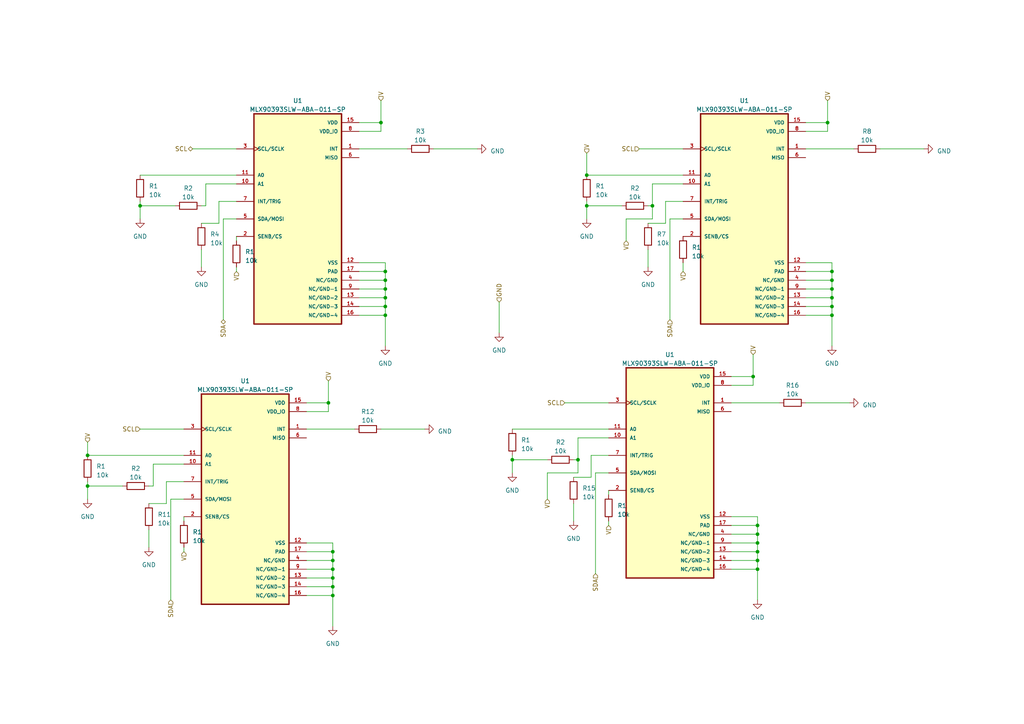
<source format=kicad_sch>
(kicad_sch (version 20230121) (generator eeschema)

  (uuid 23bb7d8c-0e92-46c2-a00f-84e3a230d1d5)

  (paper "A4")

  (lib_symbols
    (symbol "Device:R" (pin_numbers hide) (pin_names (offset 0)) (in_bom yes) (on_board yes)
      (property "Reference" "R" (at 2.032 0 90)
        (effects (font (size 1.27 1.27)))
      )
      (property "Value" "R" (at 0 0 90)
        (effects (font (size 1.27 1.27)))
      )
      (property "Footprint" "" (at -1.778 0 90)
        (effects (font (size 1.27 1.27)) hide)
      )
      (property "Datasheet" "~" (at 0 0 0)
        (effects (font (size 1.27 1.27)) hide)
      )
      (property "ki_keywords" "R res resistor" (at 0 0 0)
        (effects (font (size 1.27 1.27)) hide)
      )
      (property "ki_description" "Resistor" (at 0 0 0)
        (effects (font (size 1.27 1.27)) hide)
      )
      (property "ki_fp_filters" "R_*" (at 0 0 0)
        (effects (font (size 1.27 1.27)) hide)
      )
      (symbol "R_0_1"
        (rectangle (start -1.016 -2.54) (end 1.016 2.54)
          (stroke (width 0.254) (type default))
          (fill (type none))
        )
      )
      (symbol "R_1_1"
        (pin passive line (at 0 3.81 270) (length 1.27)
          (name "~" (effects (font (size 1.27 1.27))))
          (number "1" (effects (font (size 1.27 1.27))))
        )
        (pin passive line (at 0 -3.81 90) (length 1.27)
          (name "~" (effects (font (size 1.27 1.27))))
          (number "2" (effects (font (size 1.27 1.27))))
        )
      )
    )
    (symbol "MLX90393SLW-ABA-011-SP:MLX90393SLW-ABA-011-SP" (pin_names (offset 1.016)) (in_bom yes) (on_board yes)
      (property "Reference" "U" (at -12.7 31.4706 0)
        (effects (font (size 1.27 1.27)) (justify left bottom))
      )
      (property "Value" "MLX90393SLW-ABA-011-SP" (at -12.7 -34.4678 0)
        (effects (font (size 1.27 1.27)) (justify left bottom))
      )
      (property "Footprint" "SnapEDA Library:QFN50P300X300X100-17N" (at 0 0 0)
        (effects (font (size 1.27 1.27)) (justify left bottom) hide)
      )
      (property "Datasheet" "" (at 0 0 0)
        (effects (font (size 1.27 1.27)) (justify left bottom) hide)
      )
      (property "Manufacturer" "Melexis Technologies" (at 0 0 0)
        (effects (font (size 1.27 1.27)) (justify left bottom) hide)
      )
      (property "Package" "QFN50P300X300X100-17N" (at 0 0 0)
        (effects (font (size 1.27 1.27)) (justify left bottom) hide)
      )
      (property "ki_locked" "" (at 0 0 0)
        (effects (font (size 1.27 1.27)))
      )
      (symbol "MLX90393SLW-ABA-011-SP_0_0"
        (rectangle (start -12.7 -30.48) (end 12.7 30.48)
          (stroke (width 0.4064) (type solid))
          (fill (type background))
        )
        (pin output line (at 17.78 20.32 180) (length 5.08)
          (name "INT" (effects (font (size 1.016 1.016))))
          (number "1" (effects (font (size 1.016 1.016))))
        )
        (pin bidirectional line (at -17.78 10.16 0) (length 5.08)
          (name "A1" (effects (font (size 1.016 1.016))))
          (number "10" (effects (font (size 1.016 1.016))))
        )
        (pin bidirectional line (at -17.78 12.7 0) (length 5.08)
          (name "A0" (effects (font (size 1.016 1.016))))
          (number "11" (effects (font (size 1.016 1.016))))
        )
        (pin power_in line (at 17.78 -12.7 180) (length 5.08)
          (name "VSS" (effects (font (size 1.016 1.016))))
          (number "12" (effects (font (size 1.016 1.016))))
        )
        (pin power_in line (at 17.78 -22.86 180) (length 5.08)
          (name "NC/GND-2" (effects (font (size 1.016 1.016))))
          (number "13" (effects (font (size 1.016 1.016))))
        )
        (pin power_in line (at 17.78 -25.4 180) (length 5.08)
          (name "NC/GND-3" (effects (font (size 1.016 1.016))))
          (number "14" (effects (font (size 1.016 1.016))))
        )
        (pin power_in line (at 17.78 27.94 180) (length 5.08)
          (name "VDD" (effects (font (size 1.016 1.016))))
          (number "15" (effects (font (size 1.016 1.016))))
        )
        (pin power_in line (at 17.78 -27.94 180) (length 5.08)
          (name "NC/GND-4" (effects (font (size 1.016 1.016))))
          (number "16" (effects (font (size 1.016 1.016))))
        )
        (pin power_in line (at 17.78 -15.24 180) (length 5.08)
          (name "PAD" (effects (font (size 1.016 1.016))))
          (number "17" (effects (font (size 1.016 1.016))))
        )
        (pin bidirectional line (at -17.78 -5.08 0) (length 5.08)
          (name "SENB/CS" (effects (font (size 1.016 1.016))))
          (number "2" (effects (font (size 1.016 1.016))))
        )
        (pin input clock (at -17.78 20.32 0) (length 5.08)
          (name "SCL/SCLK" (effects (font (size 1.016 1.016))))
          (number "3" (effects (font (size 1.016 1.016))))
        )
        (pin power_in line (at 17.78 -17.78 180) (length 5.08)
          (name "NC/GND" (effects (font (size 1.016 1.016))))
          (number "4" (effects (font (size 1.016 1.016))))
        )
        (pin bidirectional line (at -17.78 0 0) (length 5.08)
          (name "SDA/MOSI" (effects (font (size 1.016 1.016))))
          (number "5" (effects (font (size 1.016 1.016))))
        )
        (pin output line (at 17.78 17.78 180) (length 5.08)
          (name "MISO" (effects (font (size 1.016 1.016))))
          (number "6" (effects (font (size 1.016 1.016))))
        )
        (pin bidirectional line (at -17.78 5.08 0) (length 5.08)
          (name "INT/TRIG" (effects (font (size 1.016 1.016))))
          (number "7" (effects (font (size 1.016 1.016))))
        )
        (pin power_in line (at 17.78 25.4 180) (length 5.08)
          (name "VDD_IO" (effects (font (size 1.016 1.016))))
          (number "8" (effects (font (size 1.016 1.016))))
        )
        (pin power_in line (at 17.78 -20.32 180) (length 5.08)
          (name "NC/GND-1" (effects (font (size 1.016 1.016))))
          (number "9" (effects (font (size 1.016 1.016))))
        )
      )
    )
    (symbol "power:GND" (power) (pin_names (offset 0)) (in_bom yes) (on_board yes)
      (property "Reference" "#PWR" (at 0 -6.35 0)
        (effects (font (size 1.27 1.27)) hide)
      )
      (property "Value" "GND" (at 0 -3.81 0)
        (effects (font (size 1.27 1.27)))
      )
      (property "Footprint" "" (at 0 0 0)
        (effects (font (size 1.27 1.27)) hide)
      )
      (property "Datasheet" "" (at 0 0 0)
        (effects (font (size 1.27 1.27)) hide)
      )
      (property "ki_keywords" "global power" (at 0 0 0)
        (effects (font (size 1.27 1.27)) hide)
      )
      (property "ki_description" "Power symbol creates a global label with name \"GND\" , ground" (at 0 0 0)
        (effects (font (size 1.27 1.27)) hide)
      )
      (symbol "GND_0_1"
        (polyline
          (pts
            (xy 0 0)
            (xy 0 -1.27)
            (xy 1.27 -1.27)
            (xy 0 -2.54)
            (xy -1.27 -1.27)
            (xy 0 -1.27)
          )
          (stroke (width 0) (type default))
          (fill (type none))
        )
      )
      (symbol "GND_1_1"
        (pin power_in line (at 0 0 270) (length 0) hide
          (name "GND" (effects (font (size 1.27 1.27))))
          (number "1" (effects (font (size 1.27 1.27))))
        )
      )
    )
  )

  (junction (at 96.52 162.56) (diameter 0) (color 0 0 0 0)
    (uuid 01f6dda1-21e2-43e9-8453-2b2de8c4607c)
  )
  (junction (at 219.71 162.56) (diameter 0) (color 0 0 0 0)
    (uuid 143a7182-4544-48e4-a130-d4c982231f26)
  )
  (junction (at 170.18 50.8) (diameter 0) (color 0 0 0 0)
    (uuid 157726fc-9a21-47d2-aa45-d29712576cce)
  )
  (junction (at 96.52 170.18) (diameter 0) (color 0 0 0 0)
    (uuid 1728c2bc-083d-4a5c-8caf-66e745c8d4eb)
  )
  (junction (at 25.4 132.08) (diameter 0) (color 0 0 0 0)
    (uuid 1a0edb0d-e0fc-4468-8473-7b620d7e1891)
  )
  (junction (at 148.59 133.35) (diameter 0) (color 0 0 0 0)
    (uuid 2b190c36-8ef1-48d6-994e-5f42c306a330)
  )
  (junction (at 241.3 86.36) (diameter 0) (color 0 0 0 0)
    (uuid 2e1ec517-1ae8-4f41-9ebe-32c70395e99a)
  )
  (junction (at 241.3 81.28) (diameter 0) (color 0 0 0 0)
    (uuid 3541ccc3-94b1-460e-a724-742e3d55a220)
  )
  (junction (at 241.3 91.44) (diameter 0) (color 0 0 0 0)
    (uuid 451fb885-505d-4752-a1ff-998a8b596010)
  )
  (junction (at 96.52 172.72) (diameter 0) (color 0 0 0 0)
    (uuid 5c36ca8a-eab7-4205-b2e8-892fb2d32ba8)
  )
  (junction (at 218.44 109.22) (diameter 0) (color 0 0 0 0)
    (uuid 5c72878f-6b90-48c8-a573-cb31a894675b)
  )
  (junction (at 111.76 88.9) (diameter 0) (color 0 0 0 0)
    (uuid 634bfc71-ae24-43c7-915f-f31297ff16d5)
  )
  (junction (at 111.76 78.74) (diameter 0) (color 0 0 0 0)
    (uuid 6378bfc3-042c-4146-b228-b7f0c8977254)
  )
  (junction (at 170.18 59.69) (diameter 0) (color 0 0 0 0)
    (uuid 6bc3609a-6ebc-49a2-898d-75b6b62ded9e)
  )
  (junction (at 95.25 116.84) (diameter 0) (color 0 0 0 0)
    (uuid 7a98a7e5-940a-49dc-b425-5ea51dae4f20)
  )
  (junction (at 40.64 59.69) (diameter 0) (color 0 0 0 0)
    (uuid 7dfab56c-786d-4a65-9d02-70a5f13bc1d1)
  )
  (junction (at 111.76 86.36) (diameter 0) (color 0 0 0 0)
    (uuid 8422ae50-93c3-43ae-8b96-67b27fd62995)
  )
  (junction (at 111.76 91.44) (diameter 0) (color 0 0 0 0)
    (uuid 89934475-d3a3-4435-9ee6-2dbf7db7beff)
  )
  (junction (at 110.49 35.56) (diameter 0) (color 0 0 0 0)
    (uuid 8d8b7ca3-0ff9-4ae6-885a-05148881661a)
  )
  (junction (at 167.64 133.35) (diameter 0) (color 0 0 0 0)
    (uuid 963cfc2a-0bc1-4d2a-9950-09b10c209208)
  )
  (junction (at 219.71 157.48) (diameter 0) (color 0 0 0 0)
    (uuid 96b8a558-c25e-4856-a859-6fac03cb2c1b)
  )
  (junction (at 240.03 35.56) (diameter 0) (color 0 0 0 0)
    (uuid 9ddaa164-d650-464c-9f80-9d312592b328)
  )
  (junction (at 25.4 140.97) (diameter 0) (color 0 0 0 0)
    (uuid b0bfa924-e9df-4357-bd3d-ba6ef4b07a05)
  )
  (junction (at 241.3 88.9) (diameter 0) (color 0 0 0 0)
    (uuid b7aa27d3-8df3-4d1a-82b6-793269a3c1f8)
  )
  (junction (at 96.52 165.1) (diameter 0) (color 0 0 0 0)
    (uuid bba1d553-6322-4be9-81f8-3bc902b7b0d2)
  )
  (junction (at 241.3 78.74) (diameter 0) (color 0 0 0 0)
    (uuid bd65d2bb-0bce-46ad-b5eb-06b1088442ff)
  )
  (junction (at 219.71 154.94) (diameter 0) (color 0 0 0 0)
    (uuid beaeb5e6-1d03-4dde-89f6-dea5ba2042f9)
  )
  (junction (at 96.52 167.64) (diameter 0) (color 0 0 0 0)
    (uuid c538c271-cf53-4074-bcf7-59a99c7c24b5)
  )
  (junction (at 189.23 59.69) (diameter 0) (color 0 0 0 0)
    (uuid dadfbb0a-29e4-4e33-b05e-de178afb9339)
  )
  (junction (at 219.71 160.02) (diameter 0) (color 0 0 0 0)
    (uuid dba1e3a2-1b14-44f7-b21c-720769293c81)
  )
  (junction (at 219.71 165.1) (diameter 0) (color 0 0 0 0)
    (uuid dc37eb29-334a-48d6-a053-3052b67c99b9)
  )
  (junction (at 219.71 152.4) (diameter 0) (color 0 0 0 0)
    (uuid dc3d388e-9391-41d7-84cb-35a61bec0e8e)
  )
  (junction (at 96.52 160.02) (diameter 0) (color 0 0 0 0)
    (uuid dd04375f-fd14-4e1b-8353-8be311274d2d)
  )
  (junction (at 241.3 83.82) (diameter 0) (color 0 0 0 0)
    (uuid e9e9b98e-b016-40c9-aa13-fe3006ad5644)
  )
  (junction (at 111.76 83.82) (diameter 0) (color 0 0 0 0)
    (uuid f3d38ed5-5b49-4cb6-906c-a1224cb104f5)
  )
  (junction (at 111.76 81.28) (diameter 0) (color 0 0 0 0)
    (uuid fa6c7958-fc60-427c-abe8-041e00ffcbbf)
  )

  (wire (pts (xy 255.27 43.18) (xy 267.97 43.18))
    (stroke (width 0) (type default))
    (uuid 009b75e9-986a-4515-881f-9f34023fbe87)
  )
  (wire (pts (xy 189.23 53.34) (xy 198.12 53.34))
    (stroke (width 0) (type default))
    (uuid 0259bf09-c1a6-4929-a146-3e4c6ff21f3f)
  )
  (wire (pts (xy 96.52 172.72) (xy 96.52 181.61))
    (stroke (width 0) (type default))
    (uuid 03fa7f4a-229b-4ce2-85bf-36da1e24cdce)
  )
  (wire (pts (xy 218.44 109.22) (xy 218.44 102.87))
    (stroke (width 0) (type default))
    (uuid 0c746456-d43c-4309-84c8-7839ad04c0c9)
  )
  (wire (pts (xy 241.3 78.74) (xy 241.3 81.28))
    (stroke (width 0) (type default))
    (uuid 102f71d0-3b50-4fc4-a00b-cae5bd761354)
  )
  (wire (pts (xy 58.42 64.77) (xy 63.5 64.77))
    (stroke (width 0) (type default))
    (uuid 107c419b-6b7a-4942-bce2-e320e68a9c67)
  )
  (wire (pts (xy 148.59 133.35) (xy 148.59 137.16))
    (stroke (width 0) (type default))
    (uuid 12424468-7902-4abd-954a-b8dc9c9f6ab6)
  )
  (wire (pts (xy 240.03 38.1) (xy 240.03 35.56))
    (stroke (width 0) (type default))
    (uuid 13c1db31-e2b8-4512-b500-206470433931)
  )
  (wire (pts (xy 241.3 76.2) (xy 241.3 78.74))
    (stroke (width 0) (type default))
    (uuid 15bfe19d-8d43-4687-8188-3a520d6773ba)
  )
  (wire (pts (xy 170.18 44.45) (xy 170.18 50.8))
    (stroke (width 0) (type default))
    (uuid 165da485-3d48-4bc3-b782-75461e519aeb)
  )
  (wire (pts (xy 144.78 87.63) (xy 144.78 96.52))
    (stroke (width 0) (type default))
    (uuid 16a64dc9-d3b6-4ae0-9cfc-7bfdb670f362)
  )
  (wire (pts (xy 158.75 133.35) (xy 148.59 133.35))
    (stroke (width 0) (type default))
    (uuid 1922ab20-ae7f-42b0-8ae6-5703fc7d6765)
  )
  (wire (pts (xy 104.14 43.18) (xy 118.11 43.18))
    (stroke (width 0) (type default))
    (uuid 1c0ce199-e30e-4254-b325-4eb885c39980)
  )
  (wire (pts (xy 58.42 72.39) (xy 58.42 77.47))
    (stroke (width 0) (type default))
    (uuid 1de397b5-c2e0-402a-9c6a-598f9758c182)
  )
  (wire (pts (xy 110.49 35.56) (xy 110.49 29.21))
    (stroke (width 0) (type default))
    (uuid 1efa639a-45cb-4d53-ae9f-a09ee95d4f84)
  )
  (wire (pts (xy 219.71 162.56) (xy 219.71 165.1))
    (stroke (width 0) (type default))
    (uuid 1fa1efa5-b826-49a0-b0b7-bccf1baec379)
  )
  (wire (pts (xy 88.9 157.48) (xy 96.52 157.48))
    (stroke (width 0) (type default))
    (uuid 2170b73b-500c-4d46-91ef-7c5820e4a9cc)
  )
  (wire (pts (xy 111.76 91.44) (xy 111.76 100.33))
    (stroke (width 0) (type default))
    (uuid 23b1aacc-5026-43a9-b843-4c3386c7600b)
  )
  (wire (pts (xy 48.26 139.7) (xy 53.34 139.7))
    (stroke (width 0) (type default))
    (uuid 2554b35f-ebee-40dc-b5e9-c769ec233f13)
  )
  (wire (pts (xy 233.68 38.1) (xy 240.03 38.1))
    (stroke (width 0) (type default))
    (uuid 2615df7a-ef13-47fe-a190-09bd5f7a55b9)
  )
  (wire (pts (xy 88.9 124.46) (xy 102.87 124.46))
    (stroke (width 0) (type default))
    (uuid 266a0025-82e4-4afc-80aa-11337e2dff8f)
  )
  (wire (pts (xy 170.18 50.8) (xy 198.12 50.8))
    (stroke (width 0) (type default))
    (uuid 273e0ab9-ce9c-4c6a-b3c2-9908dc111c83)
  )
  (wire (pts (xy 219.71 152.4) (xy 219.71 154.94))
    (stroke (width 0) (type default))
    (uuid 27755854-2c1d-468d-ba62-cc0293181286)
  )
  (wire (pts (xy 43.18 153.67) (xy 43.18 158.75))
    (stroke (width 0) (type default))
    (uuid 29727330-9d4c-42ed-8be8-5cb24c81ee89)
  )
  (wire (pts (xy 88.9 162.56) (xy 96.52 162.56))
    (stroke (width 0) (type default))
    (uuid 29b21315-6571-42d4-a844-675afade1c58)
  )
  (wire (pts (xy 96.52 170.18) (xy 96.52 172.72))
    (stroke (width 0) (type default))
    (uuid 2ab2b3ed-dd87-489a-8781-87e27058e6f5)
  )
  (wire (pts (xy 185.42 43.18) (xy 198.12 43.18))
    (stroke (width 0) (type default))
    (uuid 2aedebe8-b1fb-40b4-b554-d5bef9de6820)
  )
  (wire (pts (xy 233.68 81.28) (xy 241.3 81.28))
    (stroke (width 0) (type default))
    (uuid 2c90784c-f25d-430c-9c21-c3cddfa79a55)
  )
  (wire (pts (xy 241.3 91.44) (xy 241.3 100.33))
    (stroke (width 0) (type default))
    (uuid 2de5e2f7-999d-41a6-8618-892db6cd1289)
  )
  (wire (pts (xy 25.4 128.27) (xy 25.4 132.08))
    (stroke (width 0) (type default))
    (uuid 3072d028-6766-48d7-a64f-6de77fba4998)
  )
  (wire (pts (xy 176.53 142.24) (xy 176.53 143.51))
    (stroke (width 0) (type default))
    (uuid 3256ae99-7ca7-4850-8167-42c7e34be658)
  )
  (wire (pts (xy 96.52 165.1) (xy 96.52 167.64))
    (stroke (width 0) (type default))
    (uuid 36c0077e-e90e-416b-b898-2bcce6074391)
  )
  (wire (pts (xy 233.68 35.56) (xy 240.03 35.56))
    (stroke (width 0) (type default))
    (uuid 386c1110-b465-4ecf-b516-273e26512a9b)
  )
  (wire (pts (xy 88.9 172.72) (xy 96.52 172.72))
    (stroke (width 0) (type default))
    (uuid 3d2b74e5-e0e7-47af-94a4-6cbfa3d89552)
  )
  (wire (pts (xy 219.71 160.02) (xy 219.71 162.56))
    (stroke (width 0) (type default))
    (uuid 3e766508-41d1-42dc-9300-6ea2526e01bc)
  )
  (wire (pts (xy 96.52 157.48) (xy 96.52 160.02))
    (stroke (width 0) (type default))
    (uuid 41584f18-0090-4cd7-8570-06b0eb64c4a9)
  )
  (wire (pts (xy 189.23 59.69) (xy 189.23 53.34))
    (stroke (width 0) (type default))
    (uuid 41af79dd-61f0-4d5d-b6f0-5bc04fe24a4b)
  )
  (wire (pts (xy 219.71 165.1) (xy 219.71 173.99))
    (stroke (width 0) (type default))
    (uuid 45cece32-6d26-46e7-bbe2-2d5e9bfc712b)
  )
  (wire (pts (xy 88.9 160.02) (xy 96.52 160.02))
    (stroke (width 0) (type default))
    (uuid 487a0fb7-70f5-465f-8642-76a771ec0868)
  )
  (wire (pts (xy 189.23 63.5) (xy 189.23 59.69))
    (stroke (width 0) (type default))
    (uuid 48ebc5a2-327b-4428-ac4a-de766ac255f4)
  )
  (wire (pts (xy 95.25 116.84) (xy 95.25 110.49))
    (stroke (width 0) (type default))
    (uuid 4a77faca-5ce7-4a7c-ad6a-6a7dc83c9a96)
  )
  (wire (pts (xy 104.14 38.1) (xy 110.49 38.1))
    (stroke (width 0) (type default))
    (uuid 4bbb97fb-9186-45a8-8917-6a16dab1583a)
  )
  (wire (pts (xy 193.04 58.42) (xy 198.12 58.42))
    (stroke (width 0) (type default))
    (uuid 501ad1b9-e139-4a40-8245-27351e9d9c05)
  )
  (wire (pts (xy 241.3 81.28) (xy 241.3 83.82))
    (stroke (width 0) (type default))
    (uuid 51c65d30-7ee8-4fcd-8359-93126df7078c)
  )
  (wire (pts (xy 49.53 144.78) (xy 49.53 173.99))
    (stroke (width 0) (type default))
    (uuid 5291e027-3891-4c6f-b89b-a3bbd8982180)
  )
  (wire (pts (xy 50.8 59.69) (xy 40.64 59.69))
    (stroke (width 0) (type default))
    (uuid 58e8986f-748e-438c-9fdb-9b8a341f798a)
  )
  (wire (pts (xy 241.3 86.36) (xy 241.3 88.9))
    (stroke (width 0) (type default))
    (uuid 5a9f8955-f4e3-45f8-bf08-921c29343fb1)
  )
  (wire (pts (xy 104.14 35.56) (xy 110.49 35.56))
    (stroke (width 0) (type default))
    (uuid 5ced44a6-428e-4c1f-bc02-3408f3484c6d)
  )
  (wire (pts (xy 104.14 81.28) (xy 111.76 81.28))
    (stroke (width 0) (type default))
    (uuid 61405df8-ecf6-47b6-89c6-12802c39ff86)
  )
  (wire (pts (xy 68.58 63.5) (xy 64.77 63.5))
    (stroke (width 0) (type default))
    (uuid 62731d8d-b7d7-4094-9459-255be3105b2a)
  )
  (wire (pts (xy 88.9 170.18) (xy 96.52 170.18))
    (stroke (width 0) (type default))
    (uuid 68eabf77-5b6c-4ead-8ea8-0a341f701cc6)
  )
  (wire (pts (xy 104.14 78.74) (xy 111.76 78.74))
    (stroke (width 0) (type default))
    (uuid 69b70132-ddb2-49a0-8e52-660908c1c2f0)
  )
  (wire (pts (xy 241.3 88.9) (xy 241.3 91.44))
    (stroke (width 0) (type default))
    (uuid 6a5f950f-b37e-49a1-81f2-9da3d3c059a1)
  )
  (wire (pts (xy 219.71 154.94) (xy 219.71 157.48))
    (stroke (width 0) (type default))
    (uuid 6dca9a86-e27a-47da-b24c-f051cbad1317)
  )
  (wire (pts (xy 35.56 140.97) (xy 25.4 140.97))
    (stroke (width 0) (type default))
    (uuid 6fca744e-7e80-4021-9095-1e00697ca990)
  )
  (wire (pts (xy 40.64 124.46) (xy 53.34 124.46))
    (stroke (width 0) (type default))
    (uuid 711c617d-8110-4f70-b2d3-3cd31a1611d2)
  )
  (wire (pts (xy 53.34 144.78) (xy 49.53 144.78))
    (stroke (width 0) (type default))
    (uuid 71296f37-e7e5-4c61-8342-9765559d8406)
  )
  (wire (pts (xy 25.4 139.7) (xy 25.4 140.97))
    (stroke (width 0) (type default))
    (uuid 725fc7ec-2812-4dd8-b676-d42759db3201)
  )
  (wire (pts (xy 40.64 59.69) (xy 40.64 63.5))
    (stroke (width 0) (type default))
    (uuid 72894c5e-1910-48a6-a9d7-252c304dc1ff)
  )
  (wire (pts (xy 187.96 72.39) (xy 187.96 77.47))
    (stroke (width 0) (type default))
    (uuid 72973905-e363-4628-b05b-84f99f0962ee)
  )
  (wire (pts (xy 212.09 149.86) (xy 219.71 149.86))
    (stroke (width 0) (type default))
    (uuid 740cec74-1dd3-4564-ae71-1b9c3964bb96)
  )
  (wire (pts (xy 198.12 76.2) (xy 198.12 78.74))
    (stroke (width 0) (type default))
    (uuid 74774da2-6009-4805-b773-89f3545c8cc9)
  )
  (wire (pts (xy 63.5 64.77) (xy 63.5 58.42))
    (stroke (width 0) (type default))
    (uuid 74b03261-9099-4113-8413-99e19be30228)
  )
  (wire (pts (xy 68.58 68.58) (xy 68.58 69.85))
    (stroke (width 0) (type default))
    (uuid 7515572b-058a-4fa0-a211-c87fdfff04be)
  )
  (wire (pts (xy 181.61 69.85) (xy 181.61 63.5))
    (stroke (width 0) (type default))
    (uuid 77fee27e-b619-48a9-bace-96fe02505650)
  )
  (wire (pts (xy 233.68 116.84) (xy 246.38 116.84))
    (stroke (width 0) (type default))
    (uuid 7b202dd2-53e8-4481-b401-30dac29c3594)
  )
  (wire (pts (xy 25.4 140.97) (xy 25.4 144.78))
    (stroke (width 0) (type default))
    (uuid 7e7db53c-c906-4218-8930-0bf223bf4538)
  )
  (wire (pts (xy 171.45 138.43) (xy 171.45 132.08))
    (stroke (width 0) (type default))
    (uuid 7ffcb170-ebd1-4038-bb04-db4c475b7569)
  )
  (wire (pts (xy 212.09 154.94) (xy 219.71 154.94))
    (stroke (width 0) (type default))
    (uuid 830af326-0c30-4bd4-ba85-f7768e02a7c7)
  )
  (wire (pts (xy 43.18 146.05) (xy 48.26 146.05))
    (stroke (width 0) (type default))
    (uuid 845eaa3b-53f9-4ddc-9a8c-d5dc40b62dbb)
  )
  (wire (pts (xy 194.31 63.5) (xy 194.31 92.71))
    (stroke (width 0) (type default))
    (uuid 84b4d199-dfff-4656-ad37-d38b8fc8a514)
  )
  (wire (pts (xy 104.14 86.36) (xy 111.76 86.36))
    (stroke (width 0) (type default))
    (uuid 84e9eb6e-81c0-4c9b-8f8a-586e70ca5e0f)
  )
  (wire (pts (xy 55.88 43.18) (xy 68.58 43.18))
    (stroke (width 0) (type default))
    (uuid 86049225-cb81-4052-a0f7-98d67bf59b13)
  )
  (wire (pts (xy 233.68 91.44) (xy 241.3 91.44))
    (stroke (width 0) (type default))
    (uuid 87d36a93-ff5c-49e1-a6ff-f1f8b4715570)
  )
  (wire (pts (xy 88.9 167.64) (xy 96.52 167.64))
    (stroke (width 0) (type default))
    (uuid 882cc818-1765-4531-8045-b577e71bf02e)
  )
  (wire (pts (xy 44.45 134.62) (xy 53.34 134.62))
    (stroke (width 0) (type default))
    (uuid 89577178-0d5a-4f91-9aae-981e5ac98daa)
  )
  (wire (pts (xy 111.76 88.9) (xy 111.76 91.44))
    (stroke (width 0) (type default))
    (uuid 8a311ec3-fa00-4f89-a95e-da5e978daf14)
  )
  (wire (pts (xy 171.45 132.08) (xy 176.53 132.08))
    (stroke (width 0) (type default))
    (uuid 8cbf95cc-2f2a-4d7b-add2-e1343ebf7240)
  )
  (wire (pts (xy 63.5 58.42) (xy 68.58 58.42))
    (stroke (width 0) (type default))
    (uuid 8dd0134e-5938-42ec-8331-661502c9edc0)
  )
  (wire (pts (xy 59.69 53.34) (xy 68.58 53.34))
    (stroke (width 0) (type default))
    (uuid 8e568890-3174-4155-9165-250b534e0d98)
  )
  (wire (pts (xy 88.9 119.38) (xy 95.25 119.38))
    (stroke (width 0) (type default))
    (uuid 8f127f6a-f88c-4b5e-bd2e-5056936dc623)
  )
  (wire (pts (xy 180.34 59.69) (xy 170.18 59.69))
    (stroke (width 0) (type default))
    (uuid 8f199c1a-b54e-4c00-877e-f91373a9db85)
  )
  (wire (pts (xy 58.42 59.69) (xy 59.69 59.69))
    (stroke (width 0) (type default))
    (uuid 907b4bd8-9fd7-4b6c-b51b-485b4792b693)
  )
  (wire (pts (xy 166.37 146.05) (xy 166.37 151.13))
    (stroke (width 0) (type default))
    (uuid 942e6cc2-2ac3-46d4-ac0f-481c822c06e6)
  )
  (wire (pts (xy 104.14 76.2) (xy 111.76 76.2))
    (stroke (width 0) (type default))
    (uuid 946e545e-1079-4c6a-a892-adb55750a7f4)
  )
  (wire (pts (xy 241.3 83.82) (xy 241.3 86.36))
    (stroke (width 0) (type default))
    (uuid 952e7f94-3b1b-4ae9-bd27-b3039e3ff99f)
  )
  (wire (pts (xy 104.14 91.44) (xy 111.76 91.44))
    (stroke (width 0) (type default))
    (uuid 983458f7-d885-464f-b89b-142645396326)
  )
  (wire (pts (xy 158.75 144.78) (xy 158.75 137.16))
    (stroke (width 0) (type default))
    (uuid 9ae799f4-5981-415c-8a62-4aa8a1980d35)
  )
  (wire (pts (xy 170.18 58.42) (xy 170.18 59.69))
    (stroke (width 0) (type default))
    (uuid 9b528d69-e291-44d9-a2a3-1f6f6d55fdfe)
  )
  (wire (pts (xy 167.64 127) (xy 176.53 127))
    (stroke (width 0) (type default))
    (uuid 9cbe8e32-657b-4019-a50d-53eb89c5746e)
  )
  (wire (pts (xy 158.75 137.16) (xy 167.64 137.16))
    (stroke (width 0) (type default))
    (uuid 9cd7ef02-7de8-4738-b6d6-c71d0b60a31d)
  )
  (wire (pts (xy 125.73 43.18) (xy 138.43 43.18))
    (stroke (width 0) (type default))
    (uuid 9d345e4e-881e-4e9f-9193-fa4d1a1f013d)
  )
  (wire (pts (xy 48.26 146.05) (xy 48.26 139.7))
    (stroke (width 0) (type default))
    (uuid 9fc5acfa-2dc2-4f76-b45d-7e16e1c40b99)
  )
  (wire (pts (xy 148.59 124.46) (xy 176.53 124.46))
    (stroke (width 0) (type default))
    (uuid a2368ced-3ae9-41f6-b726-8e7885ec04da)
  )
  (wire (pts (xy 96.52 160.02) (xy 96.52 162.56))
    (stroke (width 0) (type default))
    (uuid a2c41572-7383-404f-a981-db497b4097e2)
  )
  (wire (pts (xy 181.61 63.5) (xy 189.23 63.5))
    (stroke (width 0) (type default))
    (uuid a3ba4498-90f3-4a7c-a8c4-2b014e5dc183)
  )
  (wire (pts (xy 64.77 63.5) (xy 64.77 92.71))
    (stroke (width 0) (type default))
    (uuid a65d70e3-b3b3-498d-a7a1-02ecdf5952c9)
  )
  (wire (pts (xy 218.44 111.76) (xy 218.44 109.22))
    (stroke (width 0) (type default))
    (uuid a677b2c1-3d37-4794-8fbb-d6626867f2b2)
  )
  (wire (pts (xy 212.09 162.56) (xy 219.71 162.56))
    (stroke (width 0) (type default))
    (uuid abfa5a7a-2ed7-48a1-b3f0-136df74df29d)
  )
  (wire (pts (xy 212.09 160.02) (xy 219.71 160.02))
    (stroke (width 0) (type default))
    (uuid ad80e5ff-7955-4ce2-b299-3f52b6756a4b)
  )
  (wire (pts (xy 111.76 78.74) (xy 111.76 81.28))
    (stroke (width 0) (type default))
    (uuid ae555bb6-4316-4156-a4f6-09011a3bfd00)
  )
  (wire (pts (xy 44.45 140.97) (xy 44.45 134.62))
    (stroke (width 0) (type default))
    (uuid b1804862-3931-4473-b56b-73912b4470f7)
  )
  (wire (pts (xy 166.37 138.43) (xy 171.45 138.43))
    (stroke (width 0) (type default))
    (uuid b260e052-ab0a-4353-9029-0e20fa18fd13)
  )
  (wire (pts (xy 233.68 78.74) (xy 241.3 78.74))
    (stroke (width 0) (type default))
    (uuid b2f1ff86-d2db-43b0-ae20-83c64cfc51bf)
  )
  (wire (pts (xy 43.18 140.97) (xy 44.45 140.97))
    (stroke (width 0) (type default))
    (uuid b40d69e0-699f-4201-967d-340ad20c431a)
  )
  (wire (pts (xy 233.68 76.2) (xy 241.3 76.2))
    (stroke (width 0) (type default))
    (uuid b44f12c1-b7de-40b1-9c73-cc020660000c)
  )
  (wire (pts (xy 219.71 157.48) (xy 219.71 160.02))
    (stroke (width 0) (type default))
    (uuid b5612a1e-c3a0-42dc-b873-ab8bd2d30d71)
  )
  (wire (pts (xy 170.18 59.69) (xy 170.18 63.5))
    (stroke (width 0) (type default))
    (uuid b6006093-dd34-40e6-bf26-9329b444af93)
  )
  (wire (pts (xy 167.64 133.35) (xy 167.64 127))
    (stroke (width 0) (type default))
    (uuid b9a19209-0c20-4735-95b8-708c05d54ce8)
  )
  (wire (pts (xy 176.53 137.16) (xy 172.72 137.16))
    (stroke (width 0) (type default))
    (uuid bb842101-41e7-40e6-9958-10fe17cfaa64)
  )
  (wire (pts (xy 104.14 83.82) (xy 111.76 83.82))
    (stroke (width 0) (type default))
    (uuid bcd585da-f3ac-4c20-a8c1-c1704789de49)
  )
  (wire (pts (xy 187.96 64.77) (xy 193.04 64.77))
    (stroke (width 0) (type default))
    (uuid bd67f317-5609-447c-8696-d5270638c691)
  )
  (wire (pts (xy 212.09 157.48) (xy 219.71 157.48))
    (stroke (width 0) (type default))
    (uuid be9a2867-41a0-4819-95fb-9de51247075c)
  )
  (wire (pts (xy 212.09 109.22) (xy 218.44 109.22))
    (stroke (width 0) (type default))
    (uuid c0e6f85a-0beb-4233-9493-17b7e75922e8)
  )
  (wire (pts (xy 193.04 64.77) (xy 193.04 58.42))
    (stroke (width 0) (type default))
    (uuid c0fd1405-150a-436e-af49-6063938b540d)
  )
  (wire (pts (xy 233.68 43.18) (xy 247.65 43.18))
    (stroke (width 0) (type default))
    (uuid c3cf67f8-1b79-4a70-9132-27663bcf2b8f)
  )
  (wire (pts (xy 148.59 132.08) (xy 148.59 133.35))
    (stroke (width 0) (type default))
    (uuid c4752742-96de-4747-aa28-964aecf90889)
  )
  (wire (pts (xy 212.09 111.76) (xy 218.44 111.76))
    (stroke (width 0) (type default))
    (uuid c5e3ed73-51e9-4d65-9b69-c2a3a0d2e7c7)
  )
  (wire (pts (xy 219.71 149.86) (xy 219.71 152.4))
    (stroke (width 0) (type default))
    (uuid c8eb7715-3662-47fe-a1b1-ed8c9c4a8f9a)
  )
  (wire (pts (xy 59.69 59.69) (xy 59.69 53.34))
    (stroke (width 0) (type default))
    (uuid c92b8019-5741-4f75-a851-2cc90a088873)
  )
  (wire (pts (xy 163.83 116.84) (xy 176.53 116.84))
    (stroke (width 0) (type default))
    (uuid cd4d8d9a-7589-4c07-971d-1163f1b34d8e)
  )
  (wire (pts (xy 104.14 88.9) (xy 111.76 88.9))
    (stroke (width 0) (type default))
    (uuid cd64fb32-2cbf-4ed5-b2c9-ffc4774e5c89)
  )
  (wire (pts (xy 96.52 162.56) (xy 96.52 165.1))
    (stroke (width 0) (type default))
    (uuid cdb6541d-331c-4671-a94c-eecfeca0ac5a)
  )
  (wire (pts (xy 212.09 152.4) (xy 219.71 152.4))
    (stroke (width 0) (type default))
    (uuid cf6b0ffb-bb7a-4c95-aed4-422c5489d632)
  )
  (wire (pts (xy 40.64 58.42) (xy 40.64 59.69))
    (stroke (width 0) (type default))
    (uuid d425003e-70a7-406b-b82d-15140a0a9f02)
  )
  (wire (pts (xy 53.34 149.86) (xy 53.34 151.13))
    (stroke (width 0) (type default))
    (uuid d51b5a11-60e8-494b-ad25-856205ce5737)
  )
  (wire (pts (xy 88.9 165.1) (xy 96.52 165.1))
    (stroke (width 0) (type default))
    (uuid d8967e1c-f625-4acb-b6b1-ce6f4ee0a1d3)
  )
  (wire (pts (xy 167.64 137.16) (xy 167.64 133.35))
    (stroke (width 0) (type default))
    (uuid d8e4a530-ce4f-4046-a36e-22a19b267c50)
  )
  (wire (pts (xy 25.4 132.08) (xy 53.34 132.08))
    (stroke (width 0) (type default))
    (uuid d96c26a5-a76c-46ee-ba7b-bc878af6b0d7)
  )
  (wire (pts (xy 187.96 59.69) (xy 189.23 59.69))
    (stroke (width 0) (type default))
    (uuid db8fbed0-c87a-4eab-a87d-f246c13549fa)
  )
  (wire (pts (xy 68.58 77.47) (xy 68.58 78.74))
    (stroke (width 0) (type default))
    (uuid dec9fe0a-a084-4f10-9024-46a394416038)
  )
  (wire (pts (xy 172.72 137.16) (xy 172.72 166.37))
    (stroke (width 0) (type default))
    (uuid df0d967d-efbc-4b4e-a5cb-dd7d60f9643b)
  )
  (wire (pts (xy 111.76 83.82) (xy 111.76 86.36))
    (stroke (width 0) (type default))
    (uuid dfe1d48b-a6cc-40ca-a907-1c4b5042595d)
  )
  (wire (pts (xy 111.76 76.2) (xy 111.76 78.74))
    (stroke (width 0) (type default))
    (uuid e03b7650-dbf5-4253-b008-f5831e82e23d)
  )
  (wire (pts (xy 212.09 165.1) (xy 219.71 165.1))
    (stroke (width 0) (type default))
    (uuid e354c94d-e805-4873-9bc4-e91c0bc5b886)
  )
  (wire (pts (xy 166.37 133.35) (xy 167.64 133.35))
    (stroke (width 0) (type default))
    (uuid e3ea2c76-e7d7-48be-817c-cb88ece39343)
  )
  (wire (pts (xy 96.52 167.64) (xy 96.52 170.18))
    (stroke (width 0) (type default))
    (uuid e716e9a9-8ee8-482b-a001-af421fbbee19)
  )
  (wire (pts (xy 111.76 81.28) (xy 111.76 83.82))
    (stroke (width 0) (type default))
    (uuid e85febb0-04e9-4385-a4ad-657c55bc0662)
  )
  (wire (pts (xy 233.68 88.9) (xy 241.3 88.9))
    (stroke (width 0) (type default))
    (uuid e8e708cc-a197-4d71-8f85-b58bdf6d9a6f)
  )
  (wire (pts (xy 233.68 83.82) (xy 241.3 83.82))
    (stroke (width 0) (type default))
    (uuid e9ec1aaa-e2c7-488e-bd04-b2042f9ba1a2)
  )
  (wire (pts (xy 95.25 119.38) (xy 95.25 116.84))
    (stroke (width 0) (type default))
    (uuid e9f57f39-7505-41c0-8646-a2c3720983ea)
  )
  (wire (pts (xy 233.68 86.36) (xy 241.3 86.36))
    (stroke (width 0) (type default))
    (uuid e9f6f00b-ece1-4abb-8952-d7476f14e346)
  )
  (wire (pts (xy 212.09 116.84) (xy 226.06 116.84))
    (stroke (width 0) (type default))
    (uuid ebfc6cbc-0136-465d-8800-5b2ee74fd6e2)
  )
  (wire (pts (xy 53.34 158.75) (xy 53.34 160.02))
    (stroke (width 0) (type default))
    (uuid ec8abbb8-29b9-47aa-b80f-e6af2b14e030)
  )
  (wire (pts (xy 88.9 116.84) (xy 95.25 116.84))
    (stroke (width 0) (type default))
    (uuid ece71439-4189-4516-91d0-9e93a487b58b)
  )
  (wire (pts (xy 110.49 38.1) (xy 110.49 35.56))
    (stroke (width 0) (type default))
    (uuid ef5bcc13-65cb-4dbe-aae9-3383247b5142)
  )
  (wire (pts (xy 111.76 86.36) (xy 111.76 88.9))
    (stroke (width 0) (type default))
    (uuid f0e0e4b6-bc9a-4d96-a945-5a659dde1bc5)
  )
  (wire (pts (xy 198.12 63.5) (xy 194.31 63.5))
    (stroke (width 0) (type default))
    (uuid f5f04fcb-c702-42db-bf49-5503b625a90b)
  )
  (wire (pts (xy 240.03 35.56) (xy 240.03 29.21))
    (stroke (width 0) (type default))
    (uuid f66f33da-64f9-4acd-9668-0a7045af623d)
  )
  (wire (pts (xy 40.64 50.8) (xy 68.58 50.8))
    (stroke (width 0) (type default))
    (uuid fa97e223-3583-4d87-be4f-8801efa08c33)
  )
  (wire (pts (xy 110.49 124.46) (xy 123.19 124.46))
    (stroke (width 0) (type default))
    (uuid fbcff7f4-5c37-41da-90c9-357a1633eb46)
  )
  (wire (pts (xy 176.53 151.13) (xy 176.53 152.4))
    (stroke (width 0) (type default))
    (uuid fccf94a8-9ea3-401f-83f9-87d15b8966e9)
  )

  (hierarchical_label "SCL" (shape bidirectional) (at 55.88 43.18 180) (fields_autoplaced)
    (effects (font (size 1.27 1.27)) (justify right))
    (uuid 0075909a-589e-4b56-8072-a77c89be0bf6)
  )
  (hierarchical_label "V" (shape input) (at 53.34 160.02 270) (fields_autoplaced)
    (effects (font (size 1.27 1.27)) (justify right))
    (uuid 163bbcd4-aa55-4e06-9505-9b4c24e47011)
  )
  (hierarchical_label "V" (shape input) (at 218.44 102.87 90) (fields_autoplaced)
    (effects (font (size 1.27 1.27)) (justify left))
    (uuid 1ba73520-3a2a-4a1e-ba83-4f6daa4e253c)
  )
  (hierarchical_label "V" (shape input) (at 110.49 29.21 90) (fields_autoplaced)
    (effects (font (size 1.27 1.27)) (justify left))
    (uuid 3a12554f-c826-4d96-92ab-4086814e9a4a)
  )
  (hierarchical_label "V" (shape input) (at 240.03 29.21 90) (fields_autoplaced)
    (effects (font (size 1.27 1.27)) (justify left))
    (uuid 435c4618-0d58-44d3-bac8-20e2c141b3e9)
  )
  (hierarchical_label "V" (shape input) (at 181.61 69.85 270) (fields_autoplaced)
    (effects (font (size 1.27 1.27)) (justify right))
    (uuid 4c6a9921-ffe7-425e-8925-d5897387e99e)
  )
  (hierarchical_label "SCL" (shape input) (at 40.64 124.46 180) (fields_autoplaced)
    (effects (font (size 1.27 1.27)) (justify right))
    (uuid 4f4efcb2-579f-4465-919a-6585d88694c3)
  )
  (hierarchical_label "SDA" (shape input) (at 172.72 166.37 270) (fields_autoplaced)
    (effects (font (size 1.27 1.27)) (justify right))
    (uuid 51b4d1bd-2e5b-4c1f-a3ec-2af3d38a3be4)
  )
  (hierarchical_label "V" (shape input) (at 95.25 110.49 90) (fields_autoplaced)
    (effects (font (size 1.27 1.27)) (justify left))
    (uuid 580ea00b-8ece-4853-9382-f6319898897b)
  )
  (hierarchical_label "V" (shape input) (at 25.4 128.27 90) (fields_autoplaced)
    (effects (font (size 1.27 1.27)) (justify left))
    (uuid 5980cd1a-e634-417f-a82c-097b2ac66db6)
  )
  (hierarchical_label "V" (shape input) (at 68.58 78.74 270) (fields_autoplaced)
    (effects (font (size 1.27 1.27)) (justify right))
    (uuid 89713ea6-308f-4237-b4e4-604f703a648a)
  )
  (hierarchical_label "SCL" (shape input) (at 163.83 116.84 180) (fields_autoplaced)
    (effects (font (size 1.27 1.27)) (justify right))
    (uuid 899c9e88-5271-4872-a5ea-844687ca928e)
  )
  (hierarchical_label "SDA" (shape input) (at 194.31 92.71 270) (fields_autoplaced)
    (effects (font (size 1.27 1.27)) (justify right))
    (uuid 8e55b229-dbce-4ace-a063-1a2b1fcb6c06)
  )
  (hierarchical_label "V" (shape input) (at 170.18 44.45 90) (fields_autoplaced)
    (effects (font (size 1.27 1.27)) (justify left))
    (uuid 9d0666e9-0e60-4234-a78e-702ac7308ef3)
  )
  (hierarchical_label "V" (shape input) (at 176.53 152.4 270) (fields_autoplaced)
    (effects (font (size 1.27 1.27)) (justify right))
    (uuid b24be508-0db8-4e7e-8f95-3ffed7d5ba00)
  )
  (hierarchical_label "SDA" (shape bidirectional) (at 64.77 92.71 270) (fields_autoplaced)
    (effects (font (size 1.27 1.27)) (justify right))
    (uuid b74e3715-83c1-4feb-b1ef-103ed4bba1b1)
  )
  (hierarchical_label "V" (shape input) (at 198.12 78.74 270) (fields_autoplaced)
    (effects (font (size 1.27 1.27)) (justify right))
    (uuid caa873cc-e64a-4832-aa24-a8349b89cf5b)
  )
  (hierarchical_label "SCL" (shape input) (at 185.42 43.18 180) (fields_autoplaced)
    (effects (font (size 1.27 1.27)) (justify right))
    (uuid e8d2cb17-a23b-4781-80cc-98fc3a23f8eb)
  )
  (hierarchical_label "SDA" (shape input) (at 49.53 173.99 270) (fields_autoplaced)
    (effects (font (size 1.27 1.27)) (justify right))
    (uuid f616c6c3-7950-4aec-8316-94bc6ce23633)
  )
  (hierarchical_label "V" (shape input) (at 158.75 144.78 270) (fields_autoplaced)
    (effects (font (size 1.27 1.27)) (justify right))
    (uuid fa7de982-e878-4900-85c5-b977f790e8fc)
  )
  (hierarchical_label "GND" (shape input) (at 144.78 87.63 90) (fields_autoplaced)
    (effects (font (size 1.27 1.27)) (justify left))
    (uuid fb604167-dcc0-4452-a437-668ce6941a88)
  )

  (symbol (lib_id "power:GND") (at 148.59 137.16 0) (unit 1)
    (in_bom yes) (on_board yes) (dnp no) (fields_autoplaced)
    (uuid 02c0d548-3298-4668-a515-371d8184be99)
    (property "Reference" "#PWR03" (at 148.59 143.51 0)
      (effects (font (size 1.27 1.27)) hide)
    )
    (property "Value" "GND" (at 148.59 142.24 0)
      (effects (font (size 1.27 1.27)))
    )
    (property "Footprint" "" (at 148.59 137.16 0)
      (effects (font (size 1.27 1.27)) hide)
    )
    (property "Datasheet" "" (at 148.59 137.16 0)
      (effects (font (size 1.27 1.27)) hide)
    )
    (pin "1" (uuid 68374e7a-cda4-4777-ad84-cc95822091c0))
    (instances
      (project "MLX90393_board"
        (path "/90049901-22e3-469d-81f6-cd18efbd6063"
          (reference "#PWR03") (unit 1)
        )
        (path "/90049901-22e3-469d-81f6-cd18efbd6063/657d86a8-0a21-443f-b57e-01d5d7fed220"
          (reference "#PWR019") (unit 1)
        )
      )
    )
  )

  (symbol (lib_id "Device:R") (at 39.37 140.97 90) (unit 1)
    (in_bom yes) (on_board yes) (dnp no) (fields_autoplaced)
    (uuid 0484332b-b440-40ad-af08-b54336152471)
    (property "Reference" "R2" (at 39.37 135.89 90)
      (effects (font (size 1.27 1.27)))
    )
    (property "Value" "10k" (at 39.37 138.43 90)
      (effects (font (size 1.27 1.27)))
    )
    (property "Footprint" "Resistor_SMD:R_0603_1608Metric" (at 39.37 142.748 90)
      (effects (font (size 1.27 1.27)) hide)
    )
    (property "Datasheet" "~" (at 39.37 140.97 0)
      (effects (font (size 1.27 1.27)) hide)
    )
    (pin "1" (uuid 4778e64c-0033-42e3-94e7-c174b0caa68c))
    (pin "2" (uuid 0014fdcd-0381-479d-aed8-d955c5f022e2))
    (instances
      (project "MLX90393_board"
        (path "/90049901-22e3-469d-81f6-cd18efbd6063"
          (reference "R2") (unit 1)
        )
        (path "/90049901-22e3-469d-81f6-cd18efbd6063/657d86a8-0a21-443f-b57e-01d5d7fed220"
          (reference "R10") (unit 1)
        )
      )
    )
  )

  (symbol (lib_id "Device:R") (at 148.59 128.27 180) (unit 1)
    (in_bom yes) (on_board yes) (dnp no) (fields_autoplaced)
    (uuid 0b6eefad-1ad6-4d20-b871-abda7a108f0d)
    (property "Reference" "R1" (at 151.13 127.635 0)
      (effects (font (size 1.27 1.27)) (justify right))
    )
    (property "Value" "10k" (at 151.13 130.175 0)
      (effects (font (size 1.27 1.27)) (justify right))
    )
    (property "Footprint" "Resistor_SMD:R_0603_1608Metric" (at 150.368 128.27 90)
      (effects (font (size 1.27 1.27)) hide)
    )
    (property "Datasheet" "~" (at 148.59 128.27 0)
      (effects (font (size 1.27 1.27)) hide)
    )
    (pin "1" (uuid cb9f3f36-6967-4dd9-b2ff-43f5ce9bebe1))
    (pin "2" (uuid dc0f63a8-38bb-4a69-ab84-cb2b76540186))
    (instances
      (project "MLX90393_board"
        (path "/90049901-22e3-469d-81f6-cd18efbd6063"
          (reference "R1") (unit 1)
        )
        (path "/90049901-22e3-469d-81f6-cd18efbd6063/657d86a8-0a21-443f-b57e-01d5d7fed220"
          (reference "R13") (unit 1)
        )
      )
    )
  )

  (symbol (lib_id "Device:R") (at 121.92 43.18 270) (unit 1)
    (in_bom yes) (on_board yes) (dnp no) (fields_autoplaced)
    (uuid 0b80bd9c-5904-4d5a-9f03-c78f85e387a4)
    (property "Reference" "R3" (at 121.92 38.1 90)
      (effects (font (size 1.27 1.27)))
    )
    (property "Value" "10k" (at 121.92 40.64 90)
      (effects (font (size 1.27 1.27)))
    )
    (property "Footprint" "Resistor_SMD:R_0603_1608Metric" (at 121.92 41.402 90)
      (effects (font (size 1.27 1.27)) hide)
    )
    (property "Datasheet" "~" (at 121.92 43.18 0)
      (effects (font (size 1.27 1.27)) hide)
    )
    (pin "1" (uuid d7796e6f-a651-4f00-a7b8-ae731a2f2e15))
    (pin "2" (uuid 30fed9fe-55d4-45ad-ab8b-2870381fe0a8))
    (instances
      (project "MLX90393_board"
        (path "/90049901-22e3-469d-81f6-cd18efbd6063/657d86a8-0a21-443f-b57e-01d5d7fed220"
          (reference "R3") (unit 1)
        )
      )
    )
  )

  (symbol (lib_id "power:GND") (at 96.52 181.61 0) (unit 1)
    (in_bom yes) (on_board yes) (dnp no) (fields_autoplaced)
    (uuid 23a4e0fa-5dc0-4935-b84f-ae7e070aa696)
    (property "Reference" "#PWR02" (at 96.52 187.96 0)
      (effects (font (size 1.27 1.27)) hide)
    )
    (property "Value" "GND" (at 96.52 186.69 0)
      (effects (font (size 1.27 1.27)))
    )
    (property "Footprint" "" (at 96.52 181.61 0)
      (effects (font (size 1.27 1.27)) hide)
    )
    (property "Datasheet" "" (at 96.52 181.61 0)
      (effects (font (size 1.27 1.27)) hide)
    )
    (pin "1" (uuid 445547fb-b36e-418e-b2e1-68a9f4b9a88c))
    (instances
      (project "MLX90393_board"
        (path "/90049901-22e3-469d-81f6-cd18efbd6063"
          (reference "#PWR02") (unit 1)
        )
        (path "/90049901-22e3-469d-81f6-cd18efbd6063/657d86a8-0a21-443f-b57e-01d5d7fed220"
          (reference "#PWR017") (unit 1)
        )
      )
    )
  )

  (symbol (lib_id "Device:R") (at 176.53 147.32 180) (unit 1)
    (in_bom yes) (on_board yes) (dnp no) (fields_autoplaced)
    (uuid 2586240a-3b77-4cd0-be3f-7f86b300d815)
    (property "Reference" "R1" (at 179.07 146.685 0)
      (effects (font (size 1.27 1.27)) (justify right))
    )
    (property "Value" "10k" (at 179.07 149.225 0)
      (effects (font (size 1.27 1.27)) (justify right))
    )
    (property "Footprint" "Resistor_SMD:R_0603_1608Metric" (at 178.308 147.32 90)
      (effects (font (size 1.27 1.27)) hide)
    )
    (property "Datasheet" "~" (at 176.53 147.32 0)
      (effects (font (size 1.27 1.27)) hide)
    )
    (pin "1" (uuid d0bee11b-7cf4-4b99-a9c8-3621ea52a2d7))
    (pin "2" (uuid ba957f44-0cd1-486d-b656-8f6f140e8d6b))
    (instances
      (project "MLX90393_board"
        (path "/90049901-22e3-469d-81f6-cd18efbd6063"
          (reference "R1") (unit 1)
        )
        (path "/90049901-22e3-469d-81f6-cd18efbd6063/657d86a8-0a21-443f-b57e-01d5d7fed220"
          (reference "R23") (unit 1)
        )
      )
    )
  )

  (symbol (lib_id "power:GND") (at 43.18 158.75 0) (unit 1)
    (in_bom yes) (on_board yes) (dnp no) (fields_autoplaced)
    (uuid 29cfe03d-3d1a-4f1f-a0fe-ebdbc2f66cf2)
    (property "Reference" "#PWR02" (at 43.18 165.1 0)
      (effects (font (size 1.27 1.27)) hide)
    )
    (property "Value" "GND" (at 43.18 163.83 0)
      (effects (font (size 1.27 1.27)))
    )
    (property "Footprint" "" (at 43.18 158.75 0)
      (effects (font (size 1.27 1.27)) hide)
    )
    (property "Datasheet" "" (at 43.18 158.75 0)
      (effects (font (size 1.27 1.27)) hide)
    )
    (pin "1" (uuid 6989652f-0f05-40f0-8aee-831303f44b0b))
    (instances
      (project "MLX90393_board"
        (path "/90049901-22e3-469d-81f6-cd18efbd6063"
          (reference "#PWR02") (unit 1)
        )
        (path "/90049901-22e3-469d-81f6-cd18efbd6063/657d86a8-0a21-443f-b57e-01d5d7fed220"
          (reference "#PWR014") (unit 1)
        )
      )
    )
  )

  (symbol (lib_id "power:GND") (at 219.71 173.99 0) (unit 1)
    (in_bom yes) (on_board yes) (dnp no) (fields_autoplaced)
    (uuid 2ece47a3-5a26-4b05-a930-175462ef8282)
    (property "Reference" "#PWR02" (at 219.71 180.34 0)
      (effects (font (size 1.27 1.27)) hide)
    )
    (property "Value" "GND" (at 219.71 179.07 0)
      (effects (font (size 1.27 1.27)))
    )
    (property "Footprint" "" (at 219.71 173.99 0)
      (effects (font (size 1.27 1.27)) hide)
    )
    (property "Datasheet" "" (at 219.71 173.99 0)
      (effects (font (size 1.27 1.27)) hide)
    )
    (pin "1" (uuid 59e915db-1eaf-4488-825d-9b6f35ab5607))
    (instances
      (project "MLX90393_board"
        (path "/90049901-22e3-469d-81f6-cd18efbd6063"
          (reference "#PWR02") (unit 1)
        )
        (path "/90049901-22e3-469d-81f6-cd18efbd6063/657d86a8-0a21-443f-b57e-01d5d7fed220"
          (reference "#PWR023") (unit 1)
        )
      )
    )
  )

  (symbol (lib_id "Device:R") (at 40.64 54.61 180) (unit 1)
    (in_bom yes) (on_board yes) (dnp no) (fields_autoplaced)
    (uuid 2ff0ff70-80bd-4f78-8b5f-5fef93082ff3)
    (property "Reference" "R1" (at 43.18 53.975 0)
      (effects (font (size 1.27 1.27)) (justify right))
    )
    (property "Value" "10k" (at 43.18 56.515 0)
      (effects (font (size 1.27 1.27)) (justify right))
    )
    (property "Footprint" "Resistor_SMD:R_0603_1608Metric" (at 42.418 54.61 90)
      (effects (font (size 1.27 1.27)) hide)
    )
    (property "Datasheet" "~" (at 40.64 54.61 0)
      (effects (font (size 1.27 1.27)) hide)
    )
    (pin "1" (uuid d26ea4da-1edc-4d8a-906e-e370b38bfad3))
    (pin "2" (uuid 7bc6e17c-c8a4-4965-8b5f-6c491856617a))
    (instances
      (project "MLX90393_board"
        (path "/90049901-22e3-469d-81f6-cd18efbd6063"
          (reference "R1") (unit 1)
        )
        (path "/90049901-22e3-469d-81f6-cd18efbd6063/657d86a8-0a21-443f-b57e-01d5d7fed220"
          (reference "R1") (unit 1)
        )
      )
    )
  )

  (symbol (lib_id "power:GND") (at 111.76 100.33 0) (unit 1)
    (in_bom yes) (on_board yes) (dnp no) (fields_autoplaced)
    (uuid 348f1606-00fa-4bc6-bddc-30bfd18117e7)
    (property "Reference" "#PWR02" (at 111.76 106.68 0)
      (effects (font (size 1.27 1.27)) hide)
    )
    (property "Value" "GND" (at 111.76 105.41 0)
      (effects (font (size 1.27 1.27)))
    )
    (property "Footprint" "" (at 111.76 100.33 0)
      (effects (font (size 1.27 1.27)) hide)
    )
    (property "Datasheet" "" (at 111.76 100.33 0)
      (effects (font (size 1.27 1.27)) hide)
    )
    (pin "1" (uuid 71943a6c-6e61-4be5-a9e3-5ca28599ae57))
    (instances
      (project "MLX90393_board"
        (path "/90049901-22e3-469d-81f6-cd18efbd6063"
          (reference "#PWR02") (unit 1)
        )
        (path "/90049901-22e3-469d-81f6-cd18efbd6063/657d86a8-0a21-443f-b57e-01d5d7fed220"
          (reference "#PWR03") (unit 1)
        )
      )
    )
  )

  (symbol (lib_id "Device:R") (at 53.34 154.94 180) (unit 1)
    (in_bom yes) (on_board yes) (dnp no) (fields_autoplaced)
    (uuid 3644a3ee-959d-4f20-8490-e54de7d123e8)
    (property "Reference" "R1" (at 55.88 154.305 0)
      (effects (font (size 1.27 1.27)) (justify right))
    )
    (property "Value" "10k" (at 55.88 156.845 0)
      (effects (font (size 1.27 1.27)) (justify right))
    )
    (property "Footprint" "Resistor_SMD:R_0603_1608Metric" (at 55.118 154.94 90)
      (effects (font (size 1.27 1.27)) hide)
    )
    (property "Datasheet" "~" (at 53.34 154.94 0)
      (effects (font (size 1.27 1.27)) hide)
    )
    (pin "1" (uuid b3578dce-5e8a-4639-a197-181b01f935ef))
    (pin "2" (uuid 63b2e0c9-56c6-4fbd-bacc-8f73c60759e7))
    (instances
      (project "MLX90393_board"
        (path "/90049901-22e3-469d-81f6-cd18efbd6063"
          (reference "R1") (unit 1)
        )
        (path "/90049901-22e3-469d-81f6-cd18efbd6063/657d86a8-0a21-443f-b57e-01d5d7fed220"
          (reference "R22") (unit 1)
        )
      )
    )
  )

  (symbol (lib_id "MLX90393SLW-ABA-011-SP:MLX90393SLW-ABA-011-SP") (at 194.31 137.16 0) (unit 1)
    (in_bom yes) (on_board yes) (dnp no) (fields_autoplaced)
    (uuid 43df7431-1592-4e20-b740-31b50c0066ec)
    (property "Reference" "U1" (at 194.31 102.87 0)
      (effects (font (size 1.27 1.27)))
    )
    (property "Value" "MLX90393SLW-ABA-011-SP" (at 194.31 105.41 0)
      (effects (font (size 1.27 1.27)))
    )
    (property "Footprint" "SnapEDA Library:QFN50P300X300X100-17N" (at 194.31 137.16 0)
      (effects (font (size 1.27 1.27)) (justify left bottom) hide)
    )
    (property "Datasheet" "" (at 194.31 137.16 0)
      (effects (font (size 1.27 1.27)) (justify left bottom) hide)
    )
    (property "Manufacturer" "Melexis Technologies" (at 194.31 137.16 0)
      (effects (font (size 1.27 1.27)) (justify left bottom) hide)
    )
    (property "Package" "QFN50P300X300X100-17N" (at 194.31 137.16 0)
      (effects (font (size 1.27 1.27)) (justify left bottom) hide)
    )
    (pin "1" (uuid 6c29bcb9-6826-48f5-9291-97943d80c0da))
    (pin "10" (uuid bbb1cd8f-c1ab-424e-9f74-8e1118c7532a))
    (pin "11" (uuid 1ba8a146-8380-4e99-ba59-20f0934cb061))
    (pin "12" (uuid 678f7bdf-01f6-43c1-bcf7-fb2d68f8210d))
    (pin "13" (uuid 16acb11e-51c6-466e-a3de-c7c16a1a309f))
    (pin "14" (uuid 2aceba01-7321-4a70-a1b7-cebc3ea4b177))
    (pin "15" (uuid f0d43594-416e-4010-88f6-5fd309b26fb8))
    (pin "16" (uuid 6cc4be2d-93c1-4159-8429-91346a0a41ea))
    (pin "17" (uuid 4ce570d0-0eac-4221-becc-9aadcdcc0d26))
    (pin "2" (uuid 18f16069-9f3b-4994-93fd-377a5a7165f2))
    (pin "3" (uuid e78402df-9f1c-49b9-b92b-959ce09636af))
    (pin "4" (uuid a4c363dc-3f74-4123-8ce3-a3f1629b5020))
    (pin "5" (uuid 881c4fab-a413-47ed-bbff-dd7c17105c6e))
    (pin "6" (uuid 7527c556-9a3b-483d-818d-26571afd13e8))
    (pin "7" (uuid 8a41d6e4-0407-4b84-9aa2-e6575adacd54))
    (pin "8" (uuid 482db059-e5a3-48e5-9dab-ea4587912c20))
    (pin "9" (uuid 87c763c6-81ac-4e99-83d7-5f8078244c42))
    (instances
      (project "MLX90393_board"
        (path "/90049901-22e3-469d-81f6-cd18efbd6063"
          (reference "U1") (unit 1)
        )
        (path "/90049901-22e3-469d-81f6-cd18efbd6063/657d86a8-0a21-443f-b57e-01d5d7fed220"
          (reference "U4") (unit 1)
        )
      )
    )
  )

  (symbol (lib_id "power:GND") (at 187.96 77.47 0) (unit 1)
    (in_bom yes) (on_board yes) (dnp no) (fields_autoplaced)
    (uuid 489c8c8e-57a6-4e6c-922d-03cccc8be852)
    (property "Reference" "#PWR02" (at 187.96 83.82 0)
      (effects (font (size 1.27 1.27)) hide)
    )
    (property "Value" "GND" (at 187.96 82.55 0)
      (effects (font (size 1.27 1.27)))
    )
    (property "Footprint" "" (at 187.96 77.47 0)
      (effects (font (size 1.27 1.27)) hide)
    )
    (property "Datasheet" "" (at 187.96 77.47 0)
      (effects (font (size 1.27 1.27)) hide)
    )
    (pin "1" (uuid 73b5fef7-2283-4ef4-b9b0-7eb097dde0dd))
    (instances
      (project "MLX90393_board"
        (path "/90049901-22e3-469d-81f6-cd18efbd6063"
          (reference "#PWR02") (unit 1)
        )
        (path "/90049901-22e3-469d-81f6-cd18efbd6063/657d86a8-0a21-443f-b57e-01d5d7fed220"
          (reference "#PWR08") (unit 1)
        )
      )
    )
  )

  (symbol (lib_id "Device:R") (at 68.58 73.66 180) (unit 1)
    (in_bom yes) (on_board yes) (dnp no) (fields_autoplaced)
    (uuid 4aa8bc0a-1f49-4e69-a75d-97d81f4c1eed)
    (property "Reference" "R1" (at 71.12 73.025 0)
      (effects (font (size 1.27 1.27)) (justify right))
    )
    (property "Value" "10k" (at 71.12 75.565 0)
      (effects (font (size 1.27 1.27)) (justify right))
    )
    (property "Footprint" "Resistor_SMD:R_0603_1608Metric" (at 70.358 73.66 90)
      (effects (font (size 1.27 1.27)) hide)
    )
    (property "Datasheet" "~" (at 68.58 73.66 0)
      (effects (font (size 1.27 1.27)) hide)
    )
    (pin "1" (uuid 5c5cbf5c-0755-482f-86b7-69b269601b4e))
    (pin "2" (uuid 4256a515-99b2-42df-b9d6-50c2a9812d15))
    (instances
      (project "MLX90393_board"
        (path "/90049901-22e3-469d-81f6-cd18efbd6063"
          (reference "R1") (unit 1)
        )
        (path "/90049901-22e3-469d-81f6-cd18efbd6063/657d86a8-0a21-443f-b57e-01d5d7fed220"
          (reference "R21") (unit 1)
        )
      )
    )
  )

  (symbol (lib_id "power:GND") (at 170.18 63.5 0) (unit 1)
    (in_bom yes) (on_board yes) (dnp no) (fields_autoplaced)
    (uuid 5998ea70-ef53-4762-8d11-83d0e7ef3279)
    (property "Reference" "#PWR03" (at 170.18 69.85 0)
      (effects (font (size 1.27 1.27)) hide)
    )
    (property "Value" "GND" (at 170.18 68.58 0)
      (effects (font (size 1.27 1.27)))
    )
    (property "Footprint" "" (at 170.18 63.5 0)
      (effects (font (size 1.27 1.27)) hide)
    )
    (property "Datasheet" "" (at 170.18 63.5 0)
      (effects (font (size 1.27 1.27)) hide)
    )
    (pin "1" (uuid 6fd76934-ae6d-4930-a2cb-ee358ce2ef61))
    (instances
      (project "MLX90393_board"
        (path "/90049901-22e3-469d-81f6-cd18efbd6063"
          (reference "#PWR03") (unit 1)
        )
        (path "/90049901-22e3-469d-81f6-cd18efbd6063/657d86a8-0a21-443f-b57e-01d5d7fed220"
          (reference "#PWR07") (unit 1)
        )
      )
    )
  )

  (symbol (lib_id "Device:R") (at 229.87 116.84 270) (unit 1)
    (in_bom yes) (on_board yes) (dnp no) (fields_autoplaced)
    (uuid 5fb141b8-2aa0-4198-a0e9-1a7c11fa77b7)
    (property "Reference" "R16" (at 229.87 111.76 90)
      (effects (font (size 1.27 1.27)))
    )
    (property "Value" "10k" (at 229.87 114.3 90)
      (effects (font (size 1.27 1.27)))
    )
    (property "Footprint" "Resistor_SMD:R_0603_1608Metric" (at 229.87 115.062 90)
      (effects (font (size 1.27 1.27)) hide)
    )
    (property "Datasheet" "~" (at 229.87 116.84 0)
      (effects (font (size 1.27 1.27)) hide)
    )
    (pin "1" (uuid 2558bf50-6cbd-4d55-a3f8-28dbc2e68938))
    (pin "2" (uuid a28564d0-2947-49b9-83df-84a9b1dc43e0))
    (instances
      (project "MLX90393_board"
        (path "/90049901-22e3-469d-81f6-cd18efbd6063/657d86a8-0a21-443f-b57e-01d5d7fed220"
          (reference "R16") (unit 1)
        )
      )
    )
  )

  (symbol (lib_id "Device:R") (at 187.96 68.58 0) (unit 1)
    (in_bom yes) (on_board yes) (dnp no) (fields_autoplaced)
    (uuid 644aae68-4610-4277-b891-ea442fba50b1)
    (property "Reference" "R7" (at 190.5 67.945 0)
      (effects (font (size 1.27 1.27)) (justify left))
    )
    (property "Value" "10k" (at 190.5 70.485 0)
      (effects (font (size 1.27 1.27)) (justify left))
    )
    (property "Footprint" "Resistor_SMD:R_0603_1608Metric" (at 186.182 68.58 90)
      (effects (font (size 1.27 1.27)) hide)
    )
    (property "Datasheet" "~" (at 187.96 68.58 0)
      (effects (font (size 1.27 1.27)) hide)
    )
    (pin "1" (uuid f506f0f3-2b55-4d47-98f9-0d2c314f8e79))
    (pin "2" (uuid 3d152927-9d50-4c03-a30c-bf77515a700e))
    (instances
      (project "MLX90393_board"
        (path "/90049901-22e3-469d-81f6-cd18efbd6063/657d86a8-0a21-443f-b57e-01d5d7fed220"
          (reference "R7") (unit 1)
        )
      )
    )
  )

  (symbol (lib_id "power:GND") (at 40.64 63.5 0) (unit 1)
    (in_bom yes) (on_board yes) (dnp no) (fields_autoplaced)
    (uuid 65d977e2-a221-42ea-8454-ffa2cb5c46b7)
    (property "Reference" "#PWR03" (at 40.64 69.85 0)
      (effects (font (size 1.27 1.27)) hide)
    )
    (property "Value" "GND" (at 40.64 68.58 0)
      (effects (font (size 1.27 1.27)))
    )
    (property "Footprint" "" (at 40.64 63.5 0)
      (effects (font (size 1.27 1.27)) hide)
    )
    (property "Datasheet" "" (at 40.64 63.5 0)
      (effects (font (size 1.27 1.27)) hide)
    )
    (pin "1" (uuid f1ef18eb-e598-48eb-84db-5bd853a44887))
    (instances
      (project "MLX90393_board"
        (path "/90049901-22e3-469d-81f6-cd18efbd6063"
          (reference "#PWR03") (unit 1)
        )
        (path "/90049901-22e3-469d-81f6-cd18efbd6063/657d86a8-0a21-443f-b57e-01d5d7fed220"
          (reference "#PWR01") (unit 1)
        )
      )
    )
  )

  (symbol (lib_id "Device:R") (at 166.37 142.24 0) (unit 1)
    (in_bom yes) (on_board yes) (dnp no) (fields_autoplaced)
    (uuid 7898f527-ac1c-4cc7-b4fa-0f690859570e)
    (property "Reference" "R15" (at 168.91 141.605 0)
      (effects (font (size 1.27 1.27)) (justify left))
    )
    (property "Value" "10k" (at 168.91 144.145 0)
      (effects (font (size 1.27 1.27)) (justify left))
    )
    (property "Footprint" "Resistor_SMD:R_0603_1608Metric" (at 164.592 142.24 90)
      (effects (font (size 1.27 1.27)) hide)
    )
    (property "Datasheet" "~" (at 166.37 142.24 0)
      (effects (font (size 1.27 1.27)) hide)
    )
    (pin "1" (uuid 8a1dad8f-d41f-44b1-b7e9-0b76cabb9a0e))
    (pin "2" (uuid d8296a8f-ec5c-4297-b7cb-a6875842560a))
    (instances
      (project "MLX90393_board"
        (path "/90049901-22e3-469d-81f6-cd18efbd6063/657d86a8-0a21-443f-b57e-01d5d7fed220"
          (reference "R15") (unit 1)
        )
      )
    )
  )

  (symbol (lib_id "power:GND") (at 267.97 43.18 90) (unit 1)
    (in_bom yes) (on_board yes) (dnp no) (fields_autoplaced)
    (uuid 791c482c-9a5e-4dff-b808-2d9c56ab3064)
    (property "Reference" "#PWR02" (at 274.32 43.18 0)
      (effects (font (size 1.27 1.27)) hide)
    )
    (property "Value" "GND" (at 271.78 43.815 90)
      (effects (font (size 1.27 1.27)) (justify right))
    )
    (property "Footprint" "" (at 267.97 43.18 0)
      (effects (font (size 1.27 1.27)) hide)
    )
    (property "Datasheet" "" (at 267.97 43.18 0)
      (effects (font (size 1.27 1.27)) hide)
    )
    (pin "1" (uuid 1ce011c9-d6e4-40ea-b03c-9b97c48a99d5))
    (instances
      (project "MLX90393_board"
        (path "/90049901-22e3-469d-81f6-cd18efbd6063"
          (reference "#PWR02") (unit 1)
        )
        (path "/90049901-22e3-469d-81f6-cd18efbd6063/657d86a8-0a21-443f-b57e-01d5d7fed220"
          (reference "#PWR012") (unit 1)
        )
      )
    )
  )

  (symbol (lib_id "Device:R") (at 251.46 43.18 270) (unit 1)
    (in_bom yes) (on_board yes) (dnp no) (fields_autoplaced)
    (uuid 7b63de47-da68-4fcb-816f-40fbd08279e7)
    (property "Reference" "R8" (at 251.46 38.1 90)
      (effects (font (size 1.27 1.27)))
    )
    (property "Value" "10k" (at 251.46 40.64 90)
      (effects (font (size 1.27 1.27)))
    )
    (property "Footprint" "Resistor_SMD:R_0603_1608Metric" (at 251.46 41.402 90)
      (effects (font (size 1.27 1.27)) hide)
    )
    (property "Datasheet" "~" (at 251.46 43.18 0)
      (effects (font (size 1.27 1.27)) hide)
    )
    (pin "1" (uuid d9bfcae5-05ee-494b-99b2-736efd8bd113))
    (pin "2" (uuid 5b8d11e2-4809-46b3-9848-3db525a699b0))
    (instances
      (project "MLX90393_board"
        (path "/90049901-22e3-469d-81f6-cd18efbd6063/657d86a8-0a21-443f-b57e-01d5d7fed220"
          (reference "R8") (unit 1)
        )
      )
    )
  )

  (symbol (lib_id "Device:R") (at 106.68 124.46 270) (unit 1)
    (in_bom yes) (on_board yes) (dnp no) (fields_autoplaced)
    (uuid 7ca86370-8cee-4a5e-96ce-e8e5ab6d2134)
    (property "Reference" "R12" (at 106.68 119.38 90)
      (effects (font (size 1.27 1.27)))
    )
    (property "Value" "10k" (at 106.68 121.92 90)
      (effects (font (size 1.27 1.27)))
    )
    (property "Footprint" "Resistor_SMD:R_0603_1608Metric" (at 106.68 122.682 90)
      (effects (font (size 1.27 1.27)) hide)
    )
    (property "Datasheet" "~" (at 106.68 124.46 0)
      (effects (font (size 1.27 1.27)) hide)
    )
    (pin "1" (uuid 5311ddb4-aec7-4c08-bc9b-81bb863efc3f))
    (pin "2" (uuid c6b944e3-b60d-418f-a707-4882f1b2d39f))
    (instances
      (project "MLX90393_board"
        (path "/90049901-22e3-469d-81f6-cd18efbd6063/657d86a8-0a21-443f-b57e-01d5d7fed220"
          (reference "R12") (unit 1)
        )
      )
    )
  )

  (symbol (lib_id "power:GND") (at 241.3 100.33 0) (unit 1)
    (in_bom yes) (on_board yes) (dnp no) (fields_autoplaced)
    (uuid 7fdf0e05-a883-40cf-9c81-28086d81a27e)
    (property "Reference" "#PWR02" (at 241.3 106.68 0)
      (effects (font (size 1.27 1.27)) hide)
    )
    (property "Value" "GND" (at 241.3 105.41 0)
      (effects (font (size 1.27 1.27)))
    )
    (property "Footprint" "" (at 241.3 100.33 0)
      (effects (font (size 1.27 1.27)) hide)
    )
    (property "Datasheet" "" (at 241.3 100.33 0)
      (effects (font (size 1.27 1.27)) hide)
    )
    (pin "1" (uuid 2d405d85-618b-4d1e-aa4e-401b14df6850))
    (instances
      (project "MLX90393_board"
        (path "/90049901-22e3-469d-81f6-cd18efbd6063"
          (reference "#PWR02") (unit 1)
        )
        (path "/90049901-22e3-469d-81f6-cd18efbd6063/657d86a8-0a21-443f-b57e-01d5d7fed220"
          (reference "#PWR011") (unit 1)
        )
      )
    )
  )

  (symbol (lib_id "power:GND") (at 123.19 124.46 90) (unit 1)
    (in_bom yes) (on_board yes) (dnp no) (fields_autoplaced)
    (uuid 82a68182-b0bc-429d-9745-6b2aa8c8e700)
    (property "Reference" "#PWR02" (at 129.54 124.46 0)
      (effects (font (size 1.27 1.27)) hide)
    )
    (property "Value" "GND" (at 127 125.095 90)
      (effects (font (size 1.27 1.27)) (justify right))
    )
    (property "Footprint" "" (at 123.19 124.46 0)
      (effects (font (size 1.27 1.27)) hide)
    )
    (property "Datasheet" "" (at 123.19 124.46 0)
      (effects (font (size 1.27 1.27)) hide)
    )
    (pin "1" (uuid 0594692d-edac-4d1a-a970-be8cf3620ac2))
    (instances
      (project "MLX90393_board"
        (path "/90049901-22e3-469d-81f6-cd18efbd6063"
          (reference "#PWR02") (unit 1)
        )
        (path "/90049901-22e3-469d-81f6-cd18efbd6063/657d86a8-0a21-443f-b57e-01d5d7fed220"
          (reference "#PWR018") (unit 1)
        )
      )
    )
  )

  (symbol (lib_id "MLX90393SLW-ABA-011-SP:MLX90393SLW-ABA-011-SP") (at 71.12 144.78 0) (unit 1)
    (in_bom yes) (on_board yes) (dnp no) (fields_autoplaced)
    (uuid 886097d3-7234-4d1b-a5df-dc172b0a9bba)
    (property "Reference" "U1" (at 71.12 110.49 0)
      (effects (font (size 1.27 1.27)))
    )
    (property "Value" "MLX90393SLW-ABA-011-SP" (at 71.12 113.03 0)
      (effects (font (size 1.27 1.27)))
    )
    (property "Footprint" "SnapEDA Library:QFN50P300X300X100-17N" (at 71.12 144.78 0)
      (effects (font (size 1.27 1.27)) (justify left bottom) hide)
    )
    (property "Datasheet" "" (at 71.12 144.78 0)
      (effects (font (size 1.27 1.27)) (justify left bottom) hide)
    )
    (property "Manufacturer" "Melexis Technologies" (at 71.12 144.78 0)
      (effects (font (size 1.27 1.27)) (justify left bottom) hide)
    )
    (property "Package" "QFN50P300X300X100-17N" (at 71.12 144.78 0)
      (effects (font (size 1.27 1.27)) (justify left bottom) hide)
    )
    (pin "1" (uuid 6a0d91ab-a27a-4a0d-b8e3-0c9cc8cf637b))
    (pin "10" (uuid e7d175cb-b4e3-4e04-8c33-2ecb9f26677c))
    (pin "11" (uuid 0b9846ed-e1a3-4363-ac50-cf79758ac782))
    (pin "12" (uuid a468d96e-a8b0-4311-a5a6-90b571447d6d))
    (pin "13" (uuid 41081e84-5c49-4fc7-ba32-82f9f96976c8))
    (pin "14" (uuid d8f5fe6c-865f-4f79-be34-64300c8ecb6c))
    (pin "15" (uuid 5f24f1ab-be1e-4bf9-8ca8-8c3295931051))
    (pin "16" (uuid 65d422e5-e4be-40be-93da-4b1195b5e06d))
    (pin "17" (uuid 637d115e-77ca-4e24-980e-6641b87be1e7))
    (pin "2" (uuid 6d2c806b-f86f-4c04-8b90-88a0d0d543a7))
    (pin "3" (uuid 6ea8723c-60fd-4ff4-b006-2f03a978efd0))
    (pin "4" (uuid 0d229bb4-1a36-460a-804a-f475ff3c67e3))
    (pin "5" (uuid 3a75eb1a-09f9-4c7d-99f7-8ffc2426f61e))
    (pin "6" (uuid e9d3dacd-d502-41c8-8e8f-1b990ecfe718))
    (pin "7" (uuid 25b6960c-98a7-494b-9e0e-6e34b313b71a))
    (pin "8" (uuid 578a5ce7-d72f-46bf-9ec7-1de8e810fdfa))
    (pin "9" (uuid 346797cb-6857-444e-ab5a-784f1f3b40fc))
    (instances
      (project "MLX90393_board"
        (path "/90049901-22e3-469d-81f6-cd18efbd6063"
          (reference "U1") (unit 1)
        )
        (path "/90049901-22e3-469d-81f6-cd18efbd6063/657d86a8-0a21-443f-b57e-01d5d7fed220"
          (reference "U3") (unit 1)
        )
      )
    )
  )

  (symbol (lib_id "Device:R") (at 184.15 59.69 90) (unit 1)
    (in_bom yes) (on_board yes) (dnp no) (fields_autoplaced)
    (uuid 923a29f4-1467-4877-b717-d428ef940035)
    (property "Reference" "R2" (at 184.15 54.61 90)
      (effects (font (size 1.27 1.27)))
    )
    (property "Value" "10k" (at 184.15 57.15 90)
      (effects (font (size 1.27 1.27)))
    )
    (property "Footprint" "Resistor_SMD:R_0603_1608Metric" (at 184.15 61.468 90)
      (effects (font (size 1.27 1.27)) hide)
    )
    (property "Datasheet" "~" (at 184.15 59.69 0)
      (effects (font (size 1.27 1.27)) hide)
    )
    (pin "1" (uuid 617afac9-2c8b-45da-b3e0-97dbd488ffc1))
    (pin "2" (uuid 66fee56c-7b28-4757-8946-6a36d49c29b4))
    (instances
      (project "MLX90393_board"
        (path "/90049901-22e3-469d-81f6-cd18efbd6063"
          (reference "R2") (unit 1)
        )
        (path "/90049901-22e3-469d-81f6-cd18efbd6063/657d86a8-0a21-443f-b57e-01d5d7fed220"
          (reference "R6") (unit 1)
        )
      )
    )
  )

  (symbol (lib_id "Device:R") (at 58.42 68.58 0) (unit 1)
    (in_bom yes) (on_board yes) (dnp no) (fields_autoplaced)
    (uuid 9840a950-da78-4b11-a33f-c611acd0cef5)
    (property "Reference" "R4" (at 60.96 67.945 0)
      (effects (font (size 1.27 1.27)) (justify left))
    )
    (property "Value" "10k" (at 60.96 70.485 0)
      (effects (font (size 1.27 1.27)) (justify left))
    )
    (property "Footprint" "Resistor_SMD:R_0603_1608Metric" (at 56.642 68.58 90)
      (effects (font (size 1.27 1.27)) hide)
    )
    (property "Datasheet" "~" (at 58.42 68.58 0)
      (effects (font (size 1.27 1.27)) hide)
    )
    (pin "1" (uuid 26b9445d-937d-4922-ada7-8ebe23307837))
    (pin "2" (uuid 47253068-f05a-44ef-b8f0-e0dfc0098a15))
    (instances
      (project "MLX90393_board"
        (path "/90049901-22e3-469d-81f6-cd18efbd6063/657d86a8-0a21-443f-b57e-01d5d7fed220"
          (reference "R4") (unit 1)
        )
      )
    )
  )

  (symbol (lib_id "power:GND") (at 25.4 144.78 0) (unit 1)
    (in_bom yes) (on_board yes) (dnp no) (fields_autoplaced)
    (uuid a47fff55-2201-437d-9417-2fff1a61985c)
    (property "Reference" "#PWR03" (at 25.4 151.13 0)
      (effects (font (size 1.27 1.27)) hide)
    )
    (property "Value" "GND" (at 25.4 149.86 0)
      (effects (font (size 1.27 1.27)))
    )
    (property "Footprint" "" (at 25.4 144.78 0)
      (effects (font (size 1.27 1.27)) hide)
    )
    (property "Datasheet" "" (at 25.4 144.78 0)
      (effects (font (size 1.27 1.27)) hide)
    )
    (pin "1" (uuid c9fa9649-018d-4db0-94a8-e44e0bc91b40))
    (instances
      (project "MLX90393_board"
        (path "/90049901-22e3-469d-81f6-cd18efbd6063"
          (reference "#PWR03") (unit 1)
        )
        (path "/90049901-22e3-469d-81f6-cd18efbd6063/657d86a8-0a21-443f-b57e-01d5d7fed220"
          (reference "#PWR013") (unit 1)
        )
      )
    )
  )

  (symbol (lib_id "power:GND") (at 246.38 116.84 90) (unit 1)
    (in_bom yes) (on_board yes) (dnp no) (fields_autoplaced)
    (uuid a8122922-1d59-4894-a589-b1fff9a3c506)
    (property "Reference" "#PWR02" (at 252.73 116.84 0)
      (effects (font (size 1.27 1.27)) hide)
    )
    (property "Value" "GND" (at 250.19 117.475 90)
      (effects (font (size 1.27 1.27)) (justify right))
    )
    (property "Footprint" "" (at 246.38 116.84 0)
      (effects (font (size 1.27 1.27)) hide)
    )
    (property "Datasheet" "" (at 246.38 116.84 0)
      (effects (font (size 1.27 1.27)) hide)
    )
    (pin "1" (uuid 228eb2d8-86a5-4da2-aaf0-a7f0c988f689))
    (instances
      (project "MLX90393_board"
        (path "/90049901-22e3-469d-81f6-cd18efbd6063"
          (reference "#PWR02") (unit 1)
        )
        (path "/90049901-22e3-469d-81f6-cd18efbd6063/657d86a8-0a21-443f-b57e-01d5d7fed220"
          (reference "#PWR024") (unit 1)
        )
      )
    )
  )

  (symbol (lib_id "power:GND") (at 58.42 77.47 0) (unit 1)
    (in_bom yes) (on_board yes) (dnp no) (fields_autoplaced)
    (uuid b2cfd894-ffce-4063-a3e2-4f6ecaa75bc3)
    (property "Reference" "#PWR02" (at 58.42 83.82 0)
      (effects (font (size 1.27 1.27)) hide)
    )
    (property "Value" "GND" (at 58.42 82.55 0)
      (effects (font (size 1.27 1.27)))
    )
    (property "Footprint" "" (at 58.42 77.47 0)
      (effects (font (size 1.27 1.27)) hide)
    )
    (property "Datasheet" "" (at 58.42 77.47 0)
      (effects (font (size 1.27 1.27)) hide)
    )
    (pin "1" (uuid 1e509f36-3463-41a1-ad36-c8b62ddc738b))
    (instances
      (project "MLX90393_board"
        (path "/90049901-22e3-469d-81f6-cd18efbd6063"
          (reference "#PWR02") (unit 1)
        )
        (path "/90049901-22e3-469d-81f6-cd18efbd6063/657d86a8-0a21-443f-b57e-01d5d7fed220"
          (reference "#PWR05") (unit 1)
        )
      )
    )
  )

  (symbol (lib_id "Device:R") (at 25.4 135.89 180) (unit 1)
    (in_bom yes) (on_board yes) (dnp no) (fields_autoplaced)
    (uuid b45e06c5-8d87-4451-ad0d-66bd545977ee)
    (property "Reference" "R1" (at 27.94 135.255 0)
      (effects (font (size 1.27 1.27)) (justify right))
    )
    (property "Value" "10k" (at 27.94 137.795 0)
      (effects (font (size 1.27 1.27)) (justify right))
    )
    (property "Footprint" "Resistor_SMD:R_0603_1608Metric" (at 27.178 135.89 90)
      (effects (font (size 1.27 1.27)) hide)
    )
    (property "Datasheet" "~" (at 25.4 135.89 0)
      (effects (font (size 1.27 1.27)) hide)
    )
    (pin "1" (uuid e471ea60-6353-4325-ad7f-7491c3cec853))
    (pin "2" (uuid 44584f63-efe2-43c9-96eb-ffac9bb9c590))
    (instances
      (project "MLX90393_board"
        (path "/90049901-22e3-469d-81f6-cd18efbd6063"
          (reference "R1") (unit 1)
        )
        (path "/90049901-22e3-469d-81f6-cd18efbd6063/657d86a8-0a21-443f-b57e-01d5d7fed220"
          (reference "R9") (unit 1)
        )
      )
    )
  )

  (symbol (lib_id "Device:R") (at 162.56 133.35 90) (unit 1)
    (in_bom yes) (on_board yes) (dnp no) (fields_autoplaced)
    (uuid b9258fd5-acd2-4e0e-b9f9-e10d11a110bb)
    (property "Reference" "R2" (at 162.56 128.27 90)
      (effects (font (size 1.27 1.27)))
    )
    (property "Value" "10k" (at 162.56 130.81 90)
      (effects (font (size 1.27 1.27)))
    )
    (property "Footprint" "Resistor_SMD:R_0603_1608Metric" (at 162.56 135.128 90)
      (effects (font (size 1.27 1.27)) hide)
    )
    (property "Datasheet" "~" (at 162.56 133.35 0)
      (effects (font (size 1.27 1.27)) hide)
    )
    (pin "1" (uuid d5cc23e6-78b2-438a-a59d-fa3a6f9e70f8))
    (pin "2" (uuid 0b7b66d6-ee6b-4fa3-9c1e-b9e127b1ba9b))
    (instances
      (project "MLX90393_board"
        (path "/90049901-22e3-469d-81f6-cd18efbd6063"
          (reference "R2") (unit 1)
        )
        (path "/90049901-22e3-469d-81f6-cd18efbd6063/657d86a8-0a21-443f-b57e-01d5d7fed220"
          (reference "R14") (unit 1)
        )
      )
    )
  )

  (symbol (lib_id "power:GND") (at 144.78 96.52 0) (unit 1)
    (in_bom yes) (on_board yes) (dnp no) (fields_autoplaced)
    (uuid bd33b803-d3f8-4882-8985-70a69086f920)
    (property "Reference" "#PWR02" (at 144.78 102.87 0)
      (effects (font (size 1.27 1.27)) hide)
    )
    (property "Value" "GND" (at 144.78 101.6 0)
      (effects (font (size 1.27 1.27)))
    )
    (property "Footprint" "" (at 144.78 96.52 0)
      (effects (font (size 1.27 1.27)) hide)
    )
    (property "Datasheet" "" (at 144.78 96.52 0)
      (effects (font (size 1.27 1.27)) hide)
    )
    (pin "1" (uuid be9197b0-9d99-4493-873c-48c976addb72))
    (instances
      (project "MLX90393_board"
        (path "/90049901-22e3-469d-81f6-cd18efbd6063"
          (reference "#PWR02") (unit 1)
        )
        (path "/90049901-22e3-469d-81f6-cd18efbd6063/657d86a8-0a21-443f-b57e-01d5d7fed220"
          (reference "#PWR02") (unit 1)
        )
      )
    )
  )

  (symbol (lib_id "MLX90393SLW-ABA-011-SP:MLX90393SLW-ABA-011-SP") (at 215.9 63.5 0) (unit 1)
    (in_bom yes) (on_board yes) (dnp no) (fields_autoplaced)
    (uuid c37d09a3-bc1e-40c7-a41d-f7d4f9a64b1c)
    (property "Reference" "U1" (at 215.9 29.21 0)
      (effects (font (size 1.27 1.27)))
    )
    (property "Value" "MLX90393SLW-ABA-011-SP" (at 215.9 31.75 0)
      (effects (font (size 1.27 1.27)))
    )
    (property "Footprint" "SnapEDA Library:QFN50P300X300X100-17N" (at 215.9 63.5 0)
      (effects (font (size 1.27 1.27)) (justify left bottom) hide)
    )
    (property "Datasheet" "" (at 215.9 63.5 0)
      (effects (font (size 1.27 1.27)) (justify left bottom) hide)
    )
    (property "Manufacturer" "Melexis Technologies" (at 215.9 63.5 0)
      (effects (font (size 1.27 1.27)) (justify left bottom) hide)
    )
    (property "Package" "QFN50P300X300X100-17N" (at 215.9 63.5 0)
      (effects (font (size 1.27 1.27)) (justify left bottom) hide)
    )
    (pin "1" (uuid 84678adc-17a4-4d3d-a2d3-c54f641b79b1))
    (pin "10" (uuid 3dd74580-b1d6-496b-9414-71b33180f50a))
    (pin "11" (uuid bd5bf14b-be44-4a22-84cb-81d74cd5f8d8))
    (pin "12" (uuid faf015f9-cf5b-4ee7-b427-d06731341def))
    (pin "13" (uuid d701b880-53e4-4be2-abea-ac49b15337ca))
    (pin "14" (uuid 92af3581-ad02-4798-9074-4b95d498b9c2))
    (pin "15" (uuid 6a8b5516-1d60-4a30-a029-26cbd785051d))
    (pin "16" (uuid 8f3be3cc-dc76-4d40-8de2-1bcd600cfdca))
    (pin "17" (uuid c31abc9c-f6fc-40e8-af3c-c168fdb47749))
    (pin "2" (uuid a26c0a7e-0930-471f-9aca-d30b7a7b9bf7))
    (pin "3" (uuid 2a909c35-fe45-4317-bb76-34ed5f966192))
    (pin "4" (uuid f75d7f84-ec2f-46fd-84b6-d873353f0745))
    (pin "5" (uuid 108bf31f-33a5-4ec3-9eef-a37e0e88ce55))
    (pin "6" (uuid acff1983-24de-4e70-b107-bc35a052fb40))
    (pin "7" (uuid 6f68d17f-9def-44dc-8641-14b8899b9149))
    (pin "8" (uuid b5d2a25f-cce3-48c6-a645-a488986c9866))
    (pin "9" (uuid 33f85dba-fcb0-49bb-bad6-01d0a347393e))
    (instances
      (project "MLX90393_board"
        (path "/90049901-22e3-469d-81f6-cd18efbd6063"
          (reference "U1") (unit 1)
        )
        (path "/90049901-22e3-469d-81f6-cd18efbd6063/657d86a8-0a21-443f-b57e-01d5d7fed220"
          (reference "U2") (unit 1)
        )
      )
    )
  )

  (symbol (lib_id "Device:R") (at 43.18 149.86 0) (unit 1)
    (in_bom yes) (on_board yes) (dnp no) (fields_autoplaced)
    (uuid c3ddd759-e0bd-433a-a215-343ee6dd9aa8)
    (property "Reference" "R11" (at 45.72 149.225 0)
      (effects (font (size 1.27 1.27)) (justify left))
    )
    (property "Value" "10k" (at 45.72 151.765 0)
      (effects (font (size 1.27 1.27)) (justify left))
    )
    (property "Footprint" "Resistor_SMD:R_0603_1608Metric" (at 41.402 149.86 90)
      (effects (font (size 1.27 1.27)) hide)
    )
    (property "Datasheet" "~" (at 43.18 149.86 0)
      (effects (font (size 1.27 1.27)) hide)
    )
    (pin "1" (uuid 2a475eac-f090-483a-8e67-b6c8e44b9b61))
    (pin "2" (uuid 42e8fbb8-106f-4b18-9dda-fea8449a9b1f))
    (instances
      (project "MLX90393_board"
        (path "/90049901-22e3-469d-81f6-cd18efbd6063/657d86a8-0a21-443f-b57e-01d5d7fed220"
          (reference "R11") (unit 1)
        )
      )
    )
  )

  (symbol (lib_id "Device:R") (at 170.18 54.61 180) (unit 1)
    (in_bom yes) (on_board yes) (dnp no) (fields_autoplaced)
    (uuid c6af84fc-0d4a-4fc7-9c1e-d344334acb13)
    (property "Reference" "R1" (at 172.72 53.975 0)
      (effects (font (size 1.27 1.27)) (justify right))
    )
    (property "Value" "10k" (at 172.72 56.515 0)
      (effects (font (size 1.27 1.27)) (justify right))
    )
    (property "Footprint" "Resistor_SMD:R_0603_1608Metric" (at 171.958 54.61 90)
      (effects (font (size 1.27 1.27)) hide)
    )
    (property "Datasheet" "~" (at 170.18 54.61 0)
      (effects (font (size 1.27 1.27)) hide)
    )
    (pin "1" (uuid ac5f777b-daa7-4b64-b2d5-ab9bce912870))
    (pin "2" (uuid a67d8dcf-1fc1-4160-933a-d294806b5e8e))
    (instances
      (project "MLX90393_board"
        (path "/90049901-22e3-469d-81f6-cd18efbd6063"
          (reference "R1") (unit 1)
        )
        (path "/90049901-22e3-469d-81f6-cd18efbd6063/657d86a8-0a21-443f-b57e-01d5d7fed220"
          (reference "R5") (unit 1)
        )
      )
    )
  )

  (symbol (lib_id "Device:R") (at 54.61 59.69 90) (unit 1)
    (in_bom yes) (on_board yes) (dnp no) (fields_autoplaced)
    (uuid da51467a-e066-4903-9962-d22c47d78f6d)
    (property "Reference" "R2" (at 54.61 54.61 90)
      (effects (font (size 1.27 1.27)))
    )
    (property "Value" "10k" (at 54.61 57.15 90)
      (effects (font (size 1.27 1.27)))
    )
    (property "Footprint" "Resistor_SMD:R_0603_1608Metric" (at 54.61 61.468 90)
      (effects (font (size 1.27 1.27)) hide)
    )
    (property "Datasheet" "~" (at 54.61 59.69 0)
      (effects (font (size 1.27 1.27)) hide)
    )
    (pin "1" (uuid f828d3ac-764f-4a5c-b419-ae8c2e2f350d))
    (pin "2" (uuid e0c54ebf-1c78-4ad8-902e-2fba0d632c29))
    (instances
      (project "MLX90393_board"
        (path "/90049901-22e3-469d-81f6-cd18efbd6063"
          (reference "R2") (unit 1)
        )
        (path "/90049901-22e3-469d-81f6-cd18efbd6063/657d86a8-0a21-443f-b57e-01d5d7fed220"
          (reference "R2") (unit 1)
        )
      )
    )
  )

  (symbol (lib_id "Device:R") (at 198.12 72.39 180) (unit 1)
    (in_bom yes) (on_board yes) (dnp no) (fields_autoplaced)
    (uuid e758e9d7-e0e4-4e34-9434-3c532de60ab1)
    (property "Reference" "R1" (at 200.66 71.755 0)
      (effects (font (size 1.27 1.27)) (justify right))
    )
    (property "Value" "10k" (at 200.66 74.295 0)
      (effects (font (size 1.27 1.27)) (justify right))
    )
    (property "Footprint" "Resistor_SMD:R_0603_1608Metric" (at 199.898 72.39 90)
      (effects (font (size 1.27 1.27)) hide)
    )
    (property "Datasheet" "~" (at 198.12 72.39 0)
      (effects (font (size 1.27 1.27)) hide)
    )
    (pin "1" (uuid 9c149adb-afad-4028-8f95-0ca3d148baeb))
    (pin "2" (uuid 79596250-debd-4570-8c9f-96ec00e0bf64))
    (instances
      (project "MLX90393_board"
        (path "/90049901-22e3-469d-81f6-cd18efbd6063"
          (reference "R1") (unit 1)
        )
        (path "/90049901-22e3-469d-81f6-cd18efbd6063/657d86a8-0a21-443f-b57e-01d5d7fed220"
          (reference "R24") (unit 1)
        )
      )
    )
  )

  (symbol (lib_id "MLX90393SLW-ABA-011-SP:MLX90393SLW-ABA-011-SP") (at 86.36 63.5 0) (unit 1)
    (in_bom yes) (on_board yes) (dnp no) (fields_autoplaced)
    (uuid e852d76a-8994-4d24-895a-992f24152ed1)
    (property "Reference" "U1" (at 86.36 29.21 0)
      (effects (font (size 1.27 1.27)))
    )
    (property "Value" "MLX90393SLW-ABA-011-SP" (at 86.36 31.75 0)
      (effects (font (size 1.27 1.27)))
    )
    (property "Footprint" "SnapEDA Library:QFN50P300X300X100-17N" (at 86.36 63.5 0)
      (effects (font (size 1.27 1.27)) (justify left bottom) hide)
    )
    (property "Datasheet" "" (at 86.36 63.5 0)
      (effects (font (size 1.27 1.27)) (justify left bottom) hide)
    )
    (property "Manufacturer" "Melexis Technologies" (at 86.36 63.5 0)
      (effects (font (size 1.27 1.27)) (justify left bottom) hide)
    )
    (property "Package" "QFN50P300X300X100-17N" (at 86.36 63.5 0)
      (effects (font (size 1.27 1.27)) (justify left bottom) hide)
    )
    (pin "1" (uuid 21312229-699d-455a-b995-6c55a4790ce8))
    (pin "10" (uuid 7de2320f-4e97-48f9-b86f-e5c47f5771ec))
    (pin "11" (uuid ce52cb13-d9c7-4734-b442-c3f48abb5e68))
    (pin "12" (uuid a03bf02f-ede4-4d63-a538-eaf17518c1b8))
    (pin "13" (uuid 3640cf44-3425-43f1-b464-a69686ad7ed4))
    (pin "14" (uuid 1b07af6e-a78e-43ed-a60b-400a09306aaf))
    (pin "15" (uuid 1a67485d-583f-441e-a2b2-68651175deec))
    (pin "16" (uuid 89d8025e-4d36-475a-b229-add16f7abe12))
    (pin "17" (uuid 0be6a630-9274-4f1a-be17-292378a169a2))
    (pin "2" (uuid 6fcc531d-cf74-4812-806d-dabf21353fce))
    (pin "3" (uuid 237b72c7-cb76-4831-bfcc-82c670f8cce0))
    (pin "4" (uuid d38539af-3787-40a6-90f1-863d71705be9))
    (pin "5" (uuid 7b961273-fb53-4460-a469-b7e1b8ac75a9))
    (pin "6" (uuid 3e5d9ac6-1e88-46e6-9a11-74d55758388d))
    (pin "7" (uuid 9670f0c9-55f6-4ee2-bf85-2997b60be180))
    (pin "8" (uuid 3ff68da3-9707-4c7a-8fe0-182da884d21e))
    (pin "9" (uuid 9815deab-b92b-43a0-9da4-5c502b6688c4))
    (instances
      (project "MLX90393_board"
        (path "/90049901-22e3-469d-81f6-cd18efbd6063"
          (reference "U1") (unit 1)
        )
        (path "/90049901-22e3-469d-81f6-cd18efbd6063/657d86a8-0a21-443f-b57e-01d5d7fed220"
          (reference "U1") (unit 1)
        )
      )
    )
  )

  (symbol (lib_id "power:GND") (at 138.43 43.18 90) (unit 1)
    (in_bom yes) (on_board yes) (dnp no) (fields_autoplaced)
    (uuid e9ae0a82-a187-4027-8124-77b39bc80878)
    (property "Reference" "#PWR02" (at 144.78 43.18 0)
      (effects (font (size 1.27 1.27)) hide)
    )
    (property "Value" "GND" (at 142.24 43.815 90)
      (effects (font (size 1.27 1.27)) (justify right))
    )
    (property "Footprint" "" (at 138.43 43.18 0)
      (effects (font (size 1.27 1.27)) hide)
    )
    (property "Datasheet" "" (at 138.43 43.18 0)
      (effects (font (size 1.27 1.27)) hide)
    )
    (pin "1" (uuid 6e3da692-caf7-4b59-9a7c-f85b4b877a30))
    (instances
      (project "MLX90393_board"
        (path "/90049901-22e3-469d-81f6-cd18efbd6063"
          (reference "#PWR02") (unit 1)
        )
        (path "/90049901-22e3-469d-81f6-cd18efbd6063/657d86a8-0a21-443f-b57e-01d5d7fed220"
          (reference "#PWR04") (unit 1)
        )
      )
    )
  )

  (symbol (lib_id "power:GND") (at 166.37 151.13 0) (unit 1)
    (in_bom yes) (on_board yes) (dnp no) (fields_autoplaced)
    (uuid f6c04ebb-3825-4187-8355-24e5e43ba60f)
    (property "Reference" "#PWR02" (at 166.37 157.48 0)
      (effects (font (size 1.27 1.27)) hide)
    )
    (property "Value" "GND" (at 166.37 156.21 0)
      (effects (font (size 1.27 1.27)))
    )
    (property "Footprint" "" (at 166.37 151.13 0)
      (effects (font (size 1.27 1.27)) hide)
    )
    (property "Datasheet" "" (at 166.37 151.13 0)
      (effects (font (size 1.27 1.27)) hide)
    )
    (pin "1" (uuid 281c2f7b-a82f-4d3b-9e3d-4b844390536b))
    (instances
      (project "MLX90393_board"
        (path "/90049901-22e3-469d-81f6-cd18efbd6063"
          (reference "#PWR02") (unit 1)
        )
        (path "/90049901-22e3-469d-81f6-cd18efbd6063/657d86a8-0a21-443f-b57e-01d5d7fed220"
          (reference "#PWR020") (unit 1)
        )
      )
    )
  )
)

</source>
